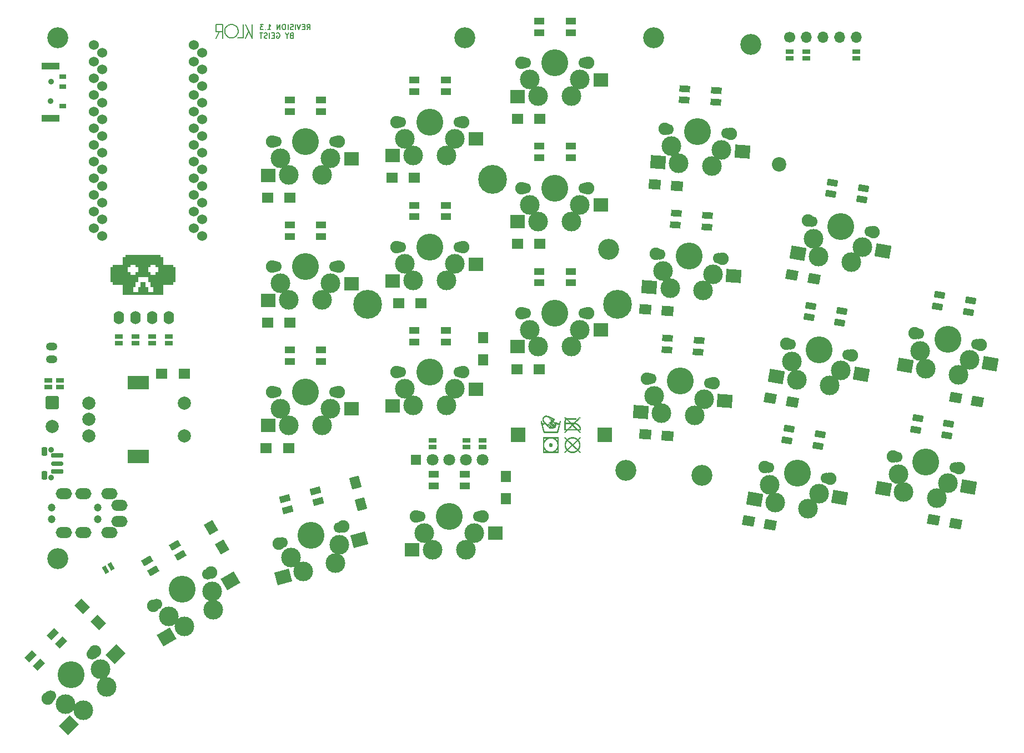
<source format=gbs>
G04 #@! TF.GenerationSoftware,KiCad,Pcbnew,8.0.4-8.0.4-0~ubuntu22.04.1*
G04 #@! TF.CreationDate,2024-08-27T17:26:14+02:00*
G04 #@! TF.ProjectId,klor1_3,6b6c6f72-315f-4332-9e6b-696361645f70,v1.3.0*
G04 #@! TF.SameCoordinates,Original*
G04 #@! TF.FileFunction,Soldermask,Bot*
G04 #@! TF.FilePolarity,Negative*
%FSLAX46Y46*%
G04 Gerber Fmt 4.6, Leading zero omitted, Abs format (unit mm)*
G04 Created by KiCad (PCBNEW 8.0.4-8.0.4-0~ubuntu22.04.1) date 2024-08-27 17:26:14*
%MOMM*%
%LPD*%
G01*
G04 APERTURE LIST*
G04 Aperture macros list*
%AMRoundRect*
0 Rectangle with rounded corners*
0 $1 Rounding radius*
0 $2 $3 $4 $5 $6 $7 $8 $9 X,Y pos of 4 corners*
0 Add a 4 corners polygon primitive as box body*
4,1,4,$2,$3,$4,$5,$6,$7,$8,$9,$2,$3,0*
0 Add four circle primitives for the rounded corners*
1,1,$1+$1,$2,$3*
1,1,$1+$1,$4,$5*
1,1,$1+$1,$6,$7*
1,1,$1+$1,$8,$9*
0 Add four rect primitives between the rounded corners*
20,1,$1+$1,$2,$3,$4,$5,0*
20,1,$1+$1,$4,$5,$6,$7,0*
20,1,$1+$1,$6,$7,$8,$9,0*
20,1,$1+$1,$8,$9,$2,$3,0*%
%AMRotRect*
0 Rectangle, with rotation*
0 The origin of the aperture is its center*
0 $1 length*
0 $2 width*
0 $3 Rotation angle, in degrees counterclockwise*
0 Add horizontal line*
21,1,$1,$2,0,0,$3*%
G04 Aperture macros list end*
%ADD10C,0.000001*%
%ADD11C,0.150000*%
%ADD12C,0.000000*%
%ADD13C,1.900000*%
%ADD14C,1.700000*%
%ADD15C,3.000000*%
%ADD16C,4.100000*%
%ADD17RotRect,1.600000X1.000000X225.000000*%
%ADD18RotRect,2.300000X2.000000X45.000000*%
%ADD19R,1.600000X1.000000*%
%ADD20R,2.300000X2.000000*%
%ADD21RotRect,1.600000X1.000000X176.000000*%
%ADD22RotRect,2.300000X2.000000X356.000000*%
%ADD23C,3.200000*%
%ADD24RotRect,1.800000X1.500000X350.000000*%
%ADD25R,1.800000X1.500000*%
%ADD26RotRect,1.800000X1.500000X356.000000*%
%ADD27RotRect,1.600000X1.000000X195.000000*%
%ADD28RotRect,2.300000X2.000000X15.000000*%
%ADD29RotRect,1.600000X1.000000X170.000000*%
%ADD30RotRect,2.300000X2.000000X350.000000*%
%ADD31RotRect,1.800000X1.500000X285.000000*%
%ADD32R,2.200000X2.200000*%
%ADD33C,2.200000*%
%ADD34C,2.000000*%
%ADD35R,3.200000X2.000000*%
%ADD36O,1.600000X2.000000*%
%ADD37C,1.200000*%
%ADD38O,2.500000X1.700000*%
%ADD39RotRect,1.800000X1.500000X300.000000*%
%ADD40O,1.750000X1.200000*%
%ADD41C,0.900000*%
%ADD42RoundRect,0.187500X-0.712500X0.187500X-0.712500X-0.187500X0.712500X-0.187500X0.712500X0.187500X0*%
%ADD43RoundRect,0.150000X-0.750000X0.150000X-0.750000X-0.150000X0.750000X-0.150000X0.750000X0.150000X0*%
%ADD44RoundRect,0.225000X-0.225000X0.425000X-0.225000X-0.425000X0.225000X-0.425000X0.225000X0.425000X0*%
%ADD45C,4.400000*%
%ADD46RotRect,1.600000X1.000000X210.000000*%
%ADD47RotRect,2.300000X2.000000X30.000000*%
%ADD48RotRect,1.800000X1.500000X315.000000*%
%ADD49R,1.500000X1.800000*%
%ADD50RoundRect,0.142858X-0.857142X0.857142X-0.857142X-0.857142X0.857142X-0.857142X0.857142X0.857142X0*%
%ADD51R,1.000000X0.700000*%
%ADD52R,2.800000X1.000000*%
%ADD53R,1.524000X1.524000*%
%ADD54C,1.800000*%
%ADD55C,1.524000*%
%ADD56R,1.143000X0.635000*%
%ADD57RotRect,0.635000X1.143000X210.000000*%
%ADD58O,1.700000X1.700000*%
G04 APERTURE END LIST*
D10*
X158456354Y-117585550D02*
X158468324Y-117586462D01*
X158480101Y-117587963D01*
X158491672Y-117590037D01*
X158503023Y-117592669D01*
X158514141Y-117595843D01*
X158525013Y-117599544D01*
X158535624Y-117603757D01*
X158545962Y-117608465D01*
X158556012Y-117613654D01*
X158565761Y-117619308D01*
X158575196Y-117625412D01*
X158584303Y-117631949D01*
X158593068Y-117638905D01*
X158601478Y-117646263D01*
X158609519Y-117654009D01*
X158617178Y-117662127D01*
X158624441Y-117670602D01*
X158631295Y-117679417D01*
X158637726Y-117688558D01*
X158643720Y-117698008D01*
X158649264Y-117707754D01*
X158654345Y-117717778D01*
X158658948Y-117728065D01*
X158663060Y-117738601D01*
X158666668Y-117749369D01*
X158669759Y-117760354D01*
X158672317Y-117771540D01*
X158674331Y-117782912D01*
X158675786Y-117794455D01*
X158676670Y-117806153D01*
X158676967Y-117817990D01*
X158676670Y-117830138D01*
X158675786Y-117842107D01*
X158674331Y-117853883D01*
X158672317Y-117865453D01*
X158669759Y-117876804D01*
X158666668Y-117887922D01*
X158663060Y-117898793D01*
X158658948Y-117909403D01*
X158654345Y-117919740D01*
X158649264Y-117929790D01*
X158643720Y-117939539D01*
X158637726Y-117948973D01*
X158631295Y-117958079D01*
X158624441Y-117966844D01*
X158617178Y-117975253D01*
X158609519Y-117983294D01*
X158601478Y-117990953D01*
X158593068Y-117998215D01*
X158584303Y-118005069D01*
X158575196Y-118011499D01*
X158565761Y-118017493D01*
X158556012Y-118023037D01*
X158545962Y-118028117D01*
X158535624Y-118032720D01*
X158525013Y-118036832D01*
X158514141Y-118040440D01*
X158503023Y-118043530D01*
X158491672Y-118046089D01*
X158480101Y-118048102D01*
X158468324Y-118049558D01*
X158456354Y-118050441D01*
X158444206Y-118050738D01*
X158432058Y-118050441D01*
X158420088Y-118049558D01*
X158408311Y-118048102D01*
X158396741Y-118046089D01*
X158385389Y-118043530D01*
X158374271Y-118040440D01*
X158363399Y-118036832D01*
X158352788Y-118032720D01*
X158342450Y-118028117D01*
X158332400Y-118023037D01*
X158322651Y-118017493D01*
X158313216Y-118011499D01*
X158304109Y-118005069D01*
X158295344Y-117998215D01*
X158286934Y-117990953D01*
X158278893Y-117983294D01*
X158271234Y-117975253D01*
X158263971Y-117966844D01*
X158257117Y-117958079D01*
X158250686Y-117948973D01*
X158244692Y-117939539D01*
X158239148Y-117929790D01*
X158234068Y-117919740D01*
X158229464Y-117909403D01*
X158225352Y-117898793D01*
X158221744Y-117887922D01*
X158218653Y-117876804D01*
X158216095Y-117865453D01*
X158214081Y-117853883D01*
X158212626Y-117842107D01*
X158211742Y-117830138D01*
X158211445Y-117817990D01*
X158211742Y-117805843D01*
X158212626Y-117793874D01*
X158214081Y-117782098D01*
X158216095Y-117770528D01*
X158218653Y-117759177D01*
X158221744Y-117748059D01*
X158225352Y-117737188D01*
X158229464Y-117726577D01*
X158234068Y-117716240D01*
X158239148Y-117706191D01*
X158244692Y-117696442D01*
X158250686Y-117687008D01*
X158257117Y-117677902D01*
X158263971Y-117669137D01*
X158271234Y-117660728D01*
X158278893Y-117652687D01*
X158286934Y-117645028D01*
X158295344Y-117637765D01*
X158304109Y-117630912D01*
X158313216Y-117624482D01*
X158322651Y-117618488D01*
X158332400Y-117612944D01*
X158342450Y-117607864D01*
X158352788Y-117603261D01*
X158363399Y-117599149D01*
X158374271Y-117595541D01*
X158385389Y-117592451D01*
X158396741Y-117589892D01*
X158408311Y-117587878D01*
X158420088Y-117586423D01*
X158432058Y-117585540D01*
X158444206Y-117585243D01*
X158456354Y-117585550D01*
G36*
X158456354Y-117585550D02*
G01*
X158468324Y-117586462D01*
X158480101Y-117587963D01*
X158491672Y-117590037D01*
X158503023Y-117592669D01*
X158514141Y-117595843D01*
X158525013Y-117599544D01*
X158535624Y-117603757D01*
X158545962Y-117608465D01*
X158556012Y-117613654D01*
X158565761Y-117619308D01*
X158575196Y-117625412D01*
X158584303Y-117631949D01*
X158593068Y-117638905D01*
X158601478Y-117646263D01*
X158609519Y-117654009D01*
X158617178Y-117662127D01*
X158624441Y-117670602D01*
X158631295Y-117679417D01*
X158637726Y-117688558D01*
X158643720Y-117698008D01*
X158649264Y-117707754D01*
X158654345Y-117717778D01*
X158658948Y-117728065D01*
X158663060Y-117738601D01*
X158666668Y-117749369D01*
X158669759Y-117760354D01*
X158672317Y-117771540D01*
X158674331Y-117782912D01*
X158675786Y-117794455D01*
X158676670Y-117806153D01*
X158676967Y-117817990D01*
X158676670Y-117830138D01*
X158675786Y-117842107D01*
X158674331Y-117853883D01*
X158672317Y-117865453D01*
X158669759Y-117876804D01*
X158666668Y-117887922D01*
X158663060Y-117898793D01*
X158658948Y-117909403D01*
X158654345Y-117919740D01*
X158649264Y-117929790D01*
X158643720Y-117939539D01*
X158637726Y-117948973D01*
X158631295Y-117958079D01*
X158624441Y-117966844D01*
X158617178Y-117975253D01*
X158609519Y-117983294D01*
X158601478Y-117990953D01*
X158593068Y-117998215D01*
X158584303Y-118005069D01*
X158575196Y-118011499D01*
X158565761Y-118017493D01*
X158556012Y-118023037D01*
X158545962Y-118028117D01*
X158535624Y-118032720D01*
X158525013Y-118036832D01*
X158514141Y-118040440D01*
X158503023Y-118043530D01*
X158491672Y-118046089D01*
X158480101Y-118048102D01*
X158468324Y-118049558D01*
X158456354Y-118050441D01*
X158444206Y-118050738D01*
X158432058Y-118050441D01*
X158420088Y-118049558D01*
X158408311Y-118048102D01*
X158396741Y-118046089D01*
X158385389Y-118043530D01*
X158374271Y-118040440D01*
X158363399Y-118036832D01*
X158352788Y-118032720D01*
X158342450Y-118028117D01*
X158332400Y-118023037D01*
X158322651Y-118017493D01*
X158313216Y-118011499D01*
X158304109Y-118005069D01*
X158295344Y-117998215D01*
X158286934Y-117990953D01*
X158278893Y-117983294D01*
X158271234Y-117975253D01*
X158263971Y-117966844D01*
X158257117Y-117958079D01*
X158250686Y-117948973D01*
X158244692Y-117939539D01*
X158239148Y-117929790D01*
X158234068Y-117919740D01*
X158229464Y-117909403D01*
X158225352Y-117898793D01*
X158221744Y-117887922D01*
X158218653Y-117876804D01*
X158216095Y-117865453D01*
X158214081Y-117853883D01*
X158212626Y-117842107D01*
X158211742Y-117830138D01*
X158211445Y-117817990D01*
X158211742Y-117805843D01*
X158212626Y-117793874D01*
X158214081Y-117782098D01*
X158216095Y-117770528D01*
X158218653Y-117759177D01*
X158221744Y-117748059D01*
X158225352Y-117737188D01*
X158229464Y-117726577D01*
X158234068Y-117716240D01*
X158239148Y-117706191D01*
X158244692Y-117696442D01*
X158250686Y-117687008D01*
X158257117Y-117677902D01*
X158263971Y-117669137D01*
X158271234Y-117660728D01*
X158278893Y-117652687D01*
X158286934Y-117645028D01*
X158295344Y-117637765D01*
X158304109Y-117630912D01*
X158313216Y-117624482D01*
X158322651Y-117618488D01*
X158332400Y-117612944D01*
X158342450Y-117607864D01*
X158352788Y-117603261D01*
X158363399Y-117599149D01*
X158374271Y-117595541D01*
X158385389Y-117592451D01*
X158396741Y-117589892D01*
X158408311Y-117587878D01*
X158420088Y-117586423D01*
X158432058Y-117585540D01*
X158444206Y-117585243D01*
X158456354Y-117585550D01*
G37*
D11*
X108463510Y-54781201D02*
X107469711Y-54781201D01*
X109800000Y-53718863D02*
X109643435Y-53730708D01*
X109494284Y-53765082D01*
X109354290Y-53820241D01*
X109184890Y-53923103D01*
X109039005Y-54055681D01*
X108920768Y-54213840D01*
X108834314Y-54393447D01*
X108792818Y-54539740D01*
X108773269Y-54694027D01*
X108771932Y-54746932D01*
D10*
X159771121Y-114953607D02*
X159512792Y-115910165D01*
X159502212Y-115945430D01*
X157386203Y-115945430D01*
X157160495Y-115099074D01*
X157038057Y-114640632D01*
X157164020Y-114640632D01*
X157176418Y-114689011D01*
X157210308Y-114816074D01*
X157260728Y-115002647D01*
X157322721Y-115229554D01*
X157326248Y-115233081D01*
X157484949Y-115818476D01*
X159406991Y-115818476D01*
X159565691Y-115229554D01*
X159677663Y-114813430D01*
X159710505Y-114687027D01*
X159718826Y-114652630D01*
X159720865Y-114640632D01*
X159717779Y-114641293D01*
X159714170Y-114642120D01*
X159709403Y-114643277D01*
X159703645Y-114644765D01*
X159697060Y-114646583D01*
X159693509Y-114647616D01*
X159689814Y-114648732D01*
X159685994Y-114649930D01*
X159682072Y-114651211D01*
X159676854Y-114653113D01*
X159671740Y-114654855D01*
X159666667Y-114656442D01*
X159661573Y-114657879D01*
X159656396Y-114659171D01*
X159651075Y-114660324D01*
X159645548Y-114661342D01*
X159639751Y-114662232D01*
X159633624Y-114662997D01*
X159627105Y-114663644D01*
X159620131Y-114664177D01*
X159612640Y-114664601D01*
X159604571Y-114664922D01*
X159595861Y-114665145D01*
X159576271Y-114665317D01*
X159559783Y-114665178D01*
X159544545Y-114664698D01*
X159530319Y-114663783D01*
X159516868Y-114662342D01*
X159503955Y-114660281D01*
X159491341Y-114657507D01*
X159478790Y-114653927D01*
X159466062Y-114649448D01*
X159452922Y-114643978D01*
X159439130Y-114637422D01*
X159424450Y-114629689D01*
X159408643Y-114620685D01*
X159391473Y-114610318D01*
X159372702Y-114598493D01*
X159329403Y-114570102D01*
X159292800Y-114545527D01*
X159264050Y-114526903D01*
X159252180Y-114519616D01*
X159241746Y-114513569D01*
X159232573Y-114508678D01*
X159224485Y-114504863D01*
X159217305Y-114502039D01*
X159210860Y-114500124D01*
X159204972Y-114499036D01*
X159199467Y-114498691D01*
X159194169Y-114499008D01*
X159188901Y-114499903D01*
X159183489Y-114501295D01*
X159177756Y-114503099D01*
X159170940Y-114505596D01*
X159165054Y-114507866D01*
X159162467Y-114508947D01*
X159160119Y-114510011D01*
X159158014Y-114511070D01*
X159156155Y-114512136D01*
X159154544Y-114513223D01*
X159153183Y-114514343D01*
X159152075Y-114515510D01*
X159151223Y-114516737D01*
X159150630Y-114518036D01*
X159150297Y-114519420D01*
X159150227Y-114520902D01*
X159150424Y-114522495D01*
X159150890Y-114524212D01*
X159151626Y-114526066D01*
X159152637Y-114528070D01*
X159153923Y-114530237D01*
X159155489Y-114532579D01*
X159157336Y-114535110D01*
X159159468Y-114537842D01*
X159161886Y-114540789D01*
X159167593Y-114547377D01*
X159174477Y-114554977D01*
X159191863Y-114573629D01*
X159203235Y-114585795D01*
X159213574Y-114597233D01*
X159222921Y-114608040D01*
X159231318Y-114618316D01*
X159238805Y-114628158D01*
X159245424Y-114637663D01*
X159251217Y-114646932D01*
X159256225Y-114656060D01*
X159260488Y-114665148D01*
X159264049Y-114674292D01*
X159266949Y-114683591D01*
X159269229Y-114693144D01*
X159270930Y-114703047D01*
X159272095Y-114713400D01*
X159272763Y-114724301D01*
X159272976Y-114735847D01*
X159272973Y-114736140D01*
X159272890Y-114744785D01*
X159272618Y-114753128D01*
X159272139Y-114760945D01*
X159271433Y-114768302D01*
X159270479Y-114775266D01*
X159269257Y-114781905D01*
X159267745Y-114788285D01*
X159265923Y-114794475D01*
X159263770Y-114800540D01*
X159261266Y-114806549D01*
X159258391Y-114812568D01*
X159255122Y-114818664D01*
X159251441Y-114824905D01*
X159247325Y-114831358D01*
X159242755Y-114838090D01*
X159237709Y-114845168D01*
X159234863Y-114849213D01*
X159231634Y-114853392D01*
X159228054Y-114857674D01*
X159224154Y-114862029D01*
X159219964Y-114866425D01*
X159215516Y-114870831D01*
X159210841Y-114875217D01*
X159205969Y-114879551D01*
X159200932Y-114883802D01*
X159195761Y-114887940D01*
X159190486Y-114891933D01*
X159185140Y-114895751D01*
X159179751Y-114899362D01*
X159174353Y-114902735D01*
X159168975Y-114905839D01*
X159163649Y-114908644D01*
X159164310Y-114911675D01*
X159165137Y-114915153D01*
X159166294Y-114919665D01*
X159167782Y-114925003D01*
X159168650Y-114927917D01*
X159169600Y-114930960D01*
X159170633Y-114934107D01*
X159171749Y-114937332D01*
X159172948Y-114940608D01*
X159174229Y-114943909D01*
X159176678Y-114952193D01*
X159178739Y-114960509D01*
X159180415Y-114968844D01*
X159181709Y-114977190D01*
X159182627Y-114985537D01*
X159183171Y-114993872D01*
X159183156Y-115010472D01*
X159181694Y-115026906D01*
X159178816Y-115043091D01*
X159174554Y-115058947D01*
X159168939Y-115074389D01*
X159162001Y-115089335D01*
X159153771Y-115103703D01*
X159144281Y-115117409D01*
X159133562Y-115130372D01*
X159121644Y-115142508D01*
X159115245Y-115148240D01*
X159108558Y-115153735D01*
X159101587Y-115158982D01*
X159094336Y-115163970D01*
X159086808Y-115168690D01*
X159079008Y-115173131D01*
X159075114Y-115175032D01*
X159071328Y-115176774D01*
X159067594Y-115178361D01*
X159063855Y-115179798D01*
X159060053Y-115181090D01*
X159056133Y-115182243D01*
X159052037Y-115183261D01*
X159047709Y-115184151D01*
X159043091Y-115184916D01*
X159038128Y-115185563D01*
X159032761Y-115186096D01*
X159026935Y-115186520D01*
X159020592Y-115186841D01*
X159013675Y-115187064D01*
X159006129Y-115187194D01*
X158997895Y-115187236D01*
X158983141Y-115187216D01*
X158970453Y-115187071D01*
X158959584Y-115186678D01*
X158954753Y-115186350D01*
X158950285Y-115185914D01*
X158946147Y-115185353D01*
X158942308Y-115184653D01*
X158938739Y-115183798D01*
X158935406Y-115182773D01*
X158932281Y-115181562D01*
X158929331Y-115180149D01*
X158926526Y-115178519D01*
X158923835Y-115176657D01*
X158906201Y-115166077D01*
X158885041Y-115197816D01*
X158880831Y-115204381D01*
X158876162Y-115210833D01*
X158871069Y-115217141D01*
X158865589Y-115223272D01*
X158859757Y-115229198D01*
X158853610Y-115234885D01*
X158847185Y-115240304D01*
X158840516Y-115245423D01*
X158833641Y-115250212D01*
X158826595Y-115254639D01*
X158819416Y-115258673D01*
X158812137Y-115262284D01*
X158804797Y-115265440D01*
X158797432Y-115268111D01*
X158790076Y-115270265D01*
X158786413Y-115271139D01*
X158782767Y-115271872D01*
X158775218Y-115273651D01*
X158767172Y-115275033D01*
X158758714Y-115276033D01*
X158749925Y-115276666D01*
X158740888Y-115276947D01*
X158731685Y-115276893D01*
X158722400Y-115276518D01*
X158713115Y-115275839D01*
X158703913Y-115274871D01*
X158694875Y-115273628D01*
X158686086Y-115272128D01*
X158677628Y-115270384D01*
X158669582Y-115268413D01*
X158662033Y-115266231D01*
X158655062Y-115263852D01*
X158648753Y-115261292D01*
X158645909Y-115259808D01*
X158642698Y-115258014D01*
X158635363Y-115253578D01*
X158627118Y-115248151D01*
X158622770Y-115245117D01*
X158618335Y-115241897D01*
X158613859Y-115238511D01*
X158609388Y-115234981D01*
X158604968Y-115231328D01*
X158600647Y-115227570D01*
X158596470Y-115223730D01*
X158592484Y-115219829D01*
X158588736Y-115215885D01*
X158585273Y-115211922D01*
X158546479Y-115176657D01*
X158507686Y-115215448D01*
X158496555Y-115226393D01*
X158491506Y-115231186D01*
X158486746Y-115235560D01*
X158482235Y-115239542D01*
X158477929Y-115243157D01*
X158473790Y-115246431D01*
X158469774Y-115249391D01*
X158465841Y-115252060D01*
X158461949Y-115254467D01*
X158458057Y-115256635D01*
X158454124Y-115258592D01*
X158450109Y-115260363D01*
X158445969Y-115261974D01*
X158441664Y-115263451D01*
X158437152Y-115264819D01*
X158428941Y-115267258D01*
X158420228Y-115269289D01*
X158411092Y-115270917D01*
X158401610Y-115272147D01*
X158391859Y-115272985D01*
X158381917Y-115273435D01*
X158371861Y-115273503D01*
X158361769Y-115273194D01*
X158351719Y-115272513D01*
X158341787Y-115271465D01*
X158332052Y-115270056D01*
X158322590Y-115268290D01*
X158313480Y-115266173D01*
X158304798Y-115263710D01*
X158296623Y-115260906D01*
X158289032Y-115257766D01*
X158284602Y-115254657D01*
X158277894Y-115249260D01*
X158257457Y-115231372D01*
X158227349Y-115203650D01*
X158187199Y-115165637D01*
X158136633Y-115116879D01*
X158075282Y-115056922D01*
X158002771Y-114985311D01*
X157918730Y-114901591D01*
X157675830Y-114660468D01*
X157573115Y-114559523D01*
X157567660Y-114562608D01*
X157561399Y-114566218D01*
X157553277Y-114570984D01*
X157543669Y-114576742D01*
X157532944Y-114583326D01*
X157521475Y-114590572D01*
X157509635Y-114598314D01*
X157480161Y-114616373D01*
X157466883Y-114624117D01*
X157454365Y-114631044D01*
X157442446Y-114637186D01*
X157430966Y-114642574D01*
X157419765Y-114647239D01*
X157408683Y-114651211D01*
X157397560Y-114654522D01*
X157386235Y-114657204D01*
X157374549Y-114659285D01*
X157362340Y-114660799D01*
X157349450Y-114661775D01*
X157335718Y-114662245D01*
X157320984Y-114662240D01*
X157305087Y-114661791D01*
X157285497Y-114661763D01*
X157268718Y-114661570D01*
X157254253Y-114661047D01*
X157247734Y-114660609D01*
X157241607Y-114660027D01*
X157235811Y-114659280D01*
X157230283Y-114658347D01*
X157224962Y-114657207D01*
X157219786Y-114655840D01*
X157214692Y-114654225D01*
X157209619Y-114652341D01*
X157204504Y-114650168D01*
X157199287Y-114647685D01*
X157195985Y-114646405D01*
X157192709Y-114645212D01*
X157186337Y-114643111D01*
X157180379Y-114641424D01*
X157177620Y-114640748D01*
X157175041Y-114640191D01*
X157172669Y-114639758D01*
X157170529Y-114639454D01*
X157168648Y-114639284D01*
X157167051Y-114639254D01*
X157165763Y-114639369D01*
X157164812Y-114639633D01*
X157164470Y-114639823D01*
X157164222Y-114640052D01*
X157164071Y-114640322D01*
X157164020Y-114640632D01*
X157038057Y-114640632D01*
X157000031Y-114498250D01*
X156952200Y-114312063D01*
X156934788Y-114238613D01*
X156934889Y-114236280D01*
X156935190Y-114233912D01*
X156935680Y-114231517D01*
X156936351Y-114229102D01*
X156937196Y-114226674D01*
X156938205Y-114224240D01*
X156939370Y-114221807D01*
X156940684Y-114219383D01*
X156942137Y-114216974D01*
X156943721Y-114214588D01*
X156945427Y-114212232D01*
X156947248Y-114209913D01*
X156951199Y-114205412D01*
X156955507Y-114201145D01*
X156960104Y-114197166D01*
X156964923Y-114193534D01*
X156969897Y-114190304D01*
X156972421Y-114188858D01*
X156974959Y-114187535D01*
X156977502Y-114186340D01*
X156980041Y-114185281D01*
X156982569Y-114184366D01*
X156985077Y-114183602D01*
X156987557Y-114182995D01*
X156990000Y-114182552D01*
X156992397Y-114182281D01*
X156993299Y-114182246D01*
X156995799Y-114182314D01*
X157000292Y-114182686D01*
X157004681Y-114183306D01*
X157008957Y-114184173D01*
X157013109Y-114185289D01*
X157017126Y-114186653D01*
X157020999Y-114188265D01*
X157024717Y-114190124D01*
X157028269Y-114192232D01*
X157031646Y-114194588D01*
X157034837Y-114197191D01*
X157037831Y-114200043D01*
X157040619Y-114203142D01*
X157043190Y-114206489D01*
X157045534Y-114210085D01*
X157047640Y-114213928D01*
X157052710Y-114229797D01*
X157061747Y-114258891D01*
X157073429Y-114297241D01*
X157086434Y-114340881D01*
X157109357Y-114419786D01*
X157113642Y-114433830D01*
X157117182Y-114444527D01*
X157119896Y-114451339D01*
X157120917Y-114453120D01*
X157121701Y-114453729D01*
X157126539Y-114457507D01*
X157132963Y-114462132D01*
X157149639Y-114473345D01*
X157169869Y-114486211D01*
X157191793Y-114499573D01*
X157213553Y-114512274D01*
X157233287Y-114523156D01*
X157241814Y-114527554D01*
X157249137Y-114531063D01*
X157255023Y-114533539D01*
X157259241Y-114534838D01*
X157264809Y-114536077D01*
X157270882Y-114537152D01*
X157277389Y-114538061D01*
X157284258Y-114538805D01*
X157291417Y-114539384D01*
X157298792Y-114539797D01*
X157306312Y-114540045D01*
X157313905Y-114540127D01*
X157321497Y-114540045D01*
X157329017Y-114539797D01*
X157336392Y-114539384D01*
X157343551Y-114538805D01*
X157350420Y-114538061D01*
X157356927Y-114537152D01*
X157363001Y-114536077D01*
X157368568Y-114534838D01*
X157372587Y-114533698D01*
X157377908Y-114531669D01*
X157384345Y-114528856D01*
X157391712Y-114525360D01*
X157408491Y-114516737D01*
X157426758Y-114506626D01*
X157445025Y-114495854D01*
X157461805Y-114485247D01*
X157469171Y-114480263D01*
X157475608Y-114475631D01*
X157480929Y-114471454D01*
X157484948Y-114467835D01*
X157461584Y-114442268D01*
X157435850Y-114414276D01*
X157403835Y-114379673D01*
X157362520Y-114336280D01*
X157344431Y-114316475D01*
X157327901Y-114297682D01*
X157312818Y-114279715D01*
X157299068Y-114262390D01*
X157286537Y-114245518D01*
X157275111Y-114228916D01*
X157264677Y-114212396D01*
X157255122Y-114195772D01*
X157246331Y-114178860D01*
X157238191Y-114161472D01*
X157230588Y-114143423D01*
X157223409Y-114124526D01*
X157216540Y-114104597D01*
X157209868Y-114083448D01*
X157205060Y-114066374D01*
X157201161Y-114051324D01*
X157199527Y-114044159D01*
X157198089Y-114037019D01*
X157196837Y-114029744D01*
X157195761Y-114022176D01*
X157194850Y-114014152D01*
X157194094Y-114005514D01*
X157193483Y-113996102D01*
X157193006Y-113985754D01*
X157192653Y-113974311D01*
X157192414Y-113961612D01*
X157192235Y-113931810D01*
X157192266Y-113924291D01*
X157312476Y-113924291D01*
X157312518Y-113948797D01*
X157313905Y-113973411D01*
X157316657Y-113998082D01*
X157320790Y-114022759D01*
X157326323Y-114047390D01*
X157333274Y-114071925D01*
X157341662Y-114096313D01*
X157351504Y-114120503D01*
X157362818Y-114144444D01*
X157375622Y-114168084D01*
X157379654Y-114174018D01*
X157386553Y-114182658D01*
X157396459Y-114194150D01*
X157409511Y-114208638D01*
X157445611Y-114247182D01*
X157495970Y-114299445D01*
X157561703Y-114366586D01*
X157643925Y-114449761D01*
X157862304Y-114668844D01*
X158196457Y-115002096D01*
X158301707Y-115105246D01*
X158332221Y-115134009D01*
X158345460Y-115144919D01*
X158349426Y-115146779D01*
X158353386Y-115148394D01*
X158357333Y-115149766D01*
X158361261Y-115150897D01*
X158365163Y-115151791D01*
X158369032Y-115152450D01*
X158372863Y-115152877D01*
X158376649Y-115153074D01*
X158380383Y-115153043D01*
X158384058Y-115152788D01*
X158387670Y-115152311D01*
X158391210Y-115151614D01*
X158394673Y-115150700D01*
X158398051Y-115149571D01*
X158401340Y-115148231D01*
X158404531Y-115146682D01*
X158407620Y-115144926D01*
X158410598Y-115142966D01*
X158413460Y-115140805D01*
X158416200Y-115138444D01*
X158418810Y-115135888D01*
X158421285Y-115133137D01*
X158423617Y-115130196D01*
X158425802Y-115127066D01*
X158427831Y-115123750D01*
X158429698Y-115120251D01*
X158431398Y-115116571D01*
X158432924Y-115112712D01*
X158434269Y-115108678D01*
X158435426Y-115104471D01*
X158436390Y-115100094D01*
X158437153Y-115095548D01*
X158437153Y-115070863D01*
X158229079Y-114859274D01*
X158017478Y-114647685D01*
X158063325Y-114601841D01*
X158109172Y-114555997D01*
X158408940Y-114855747D01*
X158571112Y-115017139D01*
X158624983Y-115069919D01*
X158664183Y-115107450D01*
X158691315Y-115132252D01*
X158708983Y-115146847D01*
X158719790Y-115153756D01*
X158723435Y-115155115D01*
X158726341Y-115155498D01*
X158730257Y-115155426D01*
X158734068Y-115155210D01*
X158737773Y-115154850D01*
X158741371Y-115154348D01*
X158744860Y-115153704D01*
X158748240Y-115152918D01*
X158751508Y-115151991D01*
X158754665Y-115150925D01*
X158757707Y-115149719D01*
X158760635Y-115148374D01*
X158763446Y-115146891D01*
X158766140Y-115145270D01*
X158768715Y-115143512D01*
X158771170Y-115141619D01*
X158773504Y-115139589D01*
X158775715Y-115137425D01*
X158777801Y-115135126D01*
X158779763Y-115132694D01*
X158781598Y-115130129D01*
X158783305Y-115127431D01*
X158784883Y-115124602D01*
X158786331Y-115121641D01*
X158787647Y-115118550D01*
X158788830Y-115115329D01*
X158789878Y-115111980D01*
X158790791Y-115108501D01*
X158791567Y-115104895D01*
X158792205Y-115101162D01*
X158792703Y-115097302D01*
X158793060Y-115093316D01*
X158793276Y-115089204D01*
X158793348Y-115084969D01*
X158793309Y-115083007D01*
X158793159Y-115081055D01*
X158792848Y-115079058D01*
X158792329Y-115076965D01*
X158791551Y-115074722D01*
X158790465Y-115072276D01*
X158789024Y-115069575D01*
X158787176Y-115066565D01*
X158784874Y-115063193D01*
X158782069Y-115059407D01*
X158778711Y-115055153D01*
X158774750Y-115050379D01*
X158770139Y-115045031D01*
X158764828Y-115039057D01*
X158758768Y-115032404D01*
X158751909Y-115025018D01*
X158744204Y-115016848D01*
X158735602Y-115007839D01*
X158715513Y-114987095D01*
X158691250Y-114962363D01*
X158662420Y-114933220D01*
X158628630Y-114899241D01*
X158589489Y-114860004D01*
X158493580Y-114764059D01*
X158193812Y-114464308D01*
X158239659Y-114418464D01*
X158285506Y-114372620D01*
X158627594Y-114714688D01*
X158815334Y-114902087D01*
X158876617Y-114962582D01*
X158920749Y-115005182D01*
X158951160Y-115033070D01*
X158971280Y-115049428D01*
X158978553Y-115054278D01*
X158984540Y-115057439D01*
X158989669Y-115059308D01*
X158994369Y-115060283D01*
X158998955Y-115060791D01*
X159003451Y-115061000D01*
X159007848Y-115060919D01*
X159012140Y-115060559D01*
X159016318Y-115059930D01*
X159020375Y-115059043D01*
X159024302Y-115057909D01*
X159028093Y-115056536D01*
X159031739Y-115054937D01*
X159035232Y-115053120D01*
X159038566Y-115051097D01*
X159041731Y-115048877D01*
X159044721Y-115046472D01*
X159047527Y-115043891D01*
X159050143Y-115041144D01*
X159052559Y-115038243D01*
X159054769Y-115035197D01*
X159056764Y-115032016D01*
X159058537Y-115028712D01*
X159060081Y-115025294D01*
X159061387Y-115021773D01*
X159062447Y-115018158D01*
X159063254Y-115014461D01*
X159063800Y-115010692D01*
X159064078Y-115006861D01*
X159064079Y-115002978D01*
X159063796Y-114999054D01*
X159063222Y-114995098D01*
X159062347Y-114991122D01*
X159061166Y-114987136D01*
X159059669Y-114983150D01*
X159057849Y-114979174D01*
X159055441Y-114975485D01*
X159049659Y-114968505D01*
X159028699Y-114945397D01*
X158996415Y-114911296D01*
X158954253Y-114867649D01*
X158846083Y-114757502D01*
X158715761Y-114626526D01*
X158479473Y-114389811D01*
X158407286Y-114316582D01*
X158387600Y-114296022D01*
X158380726Y-114287984D01*
X158380777Y-114287602D01*
X158380930Y-114287121D01*
X158381532Y-114285870D01*
X158382516Y-114284257D01*
X158383867Y-114282309D01*
X158385569Y-114280050D01*
X158387607Y-114277508D01*
X158389966Y-114274707D01*
X158392629Y-114271674D01*
X158395581Y-114268434D01*
X158398807Y-114265014D01*
X158402292Y-114261438D01*
X158406019Y-114257733D01*
X158409974Y-114253925D01*
X158414140Y-114250040D01*
X158418503Y-114246103D01*
X158423046Y-114242140D01*
X158465367Y-114199822D01*
X158761608Y-114496046D01*
X158906863Y-114640577D01*
X159000541Y-114731880D01*
X159031344Y-114760773D01*
X159053220Y-114780204D01*
X159067492Y-114791451D01*
X159072190Y-114794407D01*
X159075483Y-114795797D01*
X159079448Y-114796326D01*
X159083405Y-114796594D01*
X159087342Y-114796610D01*
X159091249Y-114796383D01*
X159095118Y-114795920D01*
X159098939Y-114795232D01*
X159102701Y-114794324D01*
X159106396Y-114793207D01*
X159110013Y-114791889D01*
X159113543Y-114790377D01*
X159116976Y-114788681D01*
X159120303Y-114786809D01*
X159123513Y-114784768D01*
X159126598Y-114782569D01*
X159129547Y-114780218D01*
X159132350Y-114777724D01*
X159134999Y-114775096D01*
X159137483Y-114772342D01*
X159139792Y-114769471D01*
X159141918Y-114766490D01*
X159143850Y-114763409D01*
X159145578Y-114760235D01*
X159147093Y-114756978D01*
X159148386Y-114753645D01*
X159149446Y-114750245D01*
X159150263Y-114746786D01*
X159150829Y-114743276D01*
X159151134Y-114739725D01*
X159151167Y-114736140D01*
X159150920Y-114732530D01*
X159150381Y-114728903D01*
X159149543Y-114725268D01*
X159149139Y-114723892D01*
X159147922Y-114721745D01*
X159143027Y-114715108D01*
X159134804Y-114705299D01*
X159123203Y-114692262D01*
X159089658Y-114656274D01*
X159041979Y-114606690D01*
X158979752Y-114543055D01*
X158902565Y-114464914D01*
X158701654Y-114263299D01*
X158701654Y-114259772D01*
X158530775Y-114087746D01*
X158392629Y-113946797D01*
X158301431Y-113852133D01*
X158277881Y-113826911D01*
X158271399Y-113818962D01*
X158273980Y-113819490D01*
X158278989Y-113821036D01*
X158295755Y-113826952D01*
X158320621Y-113836257D01*
X158352513Y-113848497D01*
X158433075Y-113879959D01*
X158528847Y-113917704D01*
X158682809Y-113976938D01*
X158731562Y-113994632D01*
X158750365Y-114000842D01*
X158766016Y-114005425D01*
X158778940Y-114008479D01*
X158789560Y-114010102D01*
X158798299Y-114010392D01*
X158805581Y-114009447D01*
X158811830Y-114007366D01*
X158817470Y-114004247D01*
X158828615Y-113995286D01*
X158830547Y-113993593D01*
X158832376Y-113991820D01*
X158834101Y-113989973D01*
X158835723Y-113988054D01*
X158837242Y-113986069D01*
X158838658Y-113984020D01*
X158839970Y-113981912D01*
X158841179Y-113979748D01*
X158842284Y-113977532D01*
X158843287Y-113975269D01*
X158844185Y-113972962D01*
X158844981Y-113970615D01*
X158845673Y-113968231D01*
X158846262Y-113965816D01*
X158846748Y-113963372D01*
X158847130Y-113960903D01*
X158847409Y-113958414D01*
X158847585Y-113955908D01*
X158847657Y-113953389D01*
X158847626Y-113950861D01*
X158847492Y-113948328D01*
X158847254Y-113945793D01*
X158846913Y-113943262D01*
X158846469Y-113940736D01*
X158845921Y-113938221D01*
X158845270Y-113935720D01*
X158844516Y-113933237D01*
X158843658Y-113930777D01*
X158842698Y-113928342D01*
X158841633Y-113925936D01*
X158840466Y-113923565D01*
X158839195Y-113921230D01*
X158835000Y-113913316D01*
X158833882Y-113911572D01*
X158832539Y-113909832D01*
X158830871Y-113908052D01*
X158828780Y-113906188D01*
X158826168Y-113904194D01*
X158822935Y-113902027D01*
X158818983Y-113899641D01*
X158814212Y-113896993D01*
X158808525Y-113894037D01*
X158801821Y-113890729D01*
X158794003Y-113887025D01*
X158784972Y-113882880D01*
X158774629Y-113878249D01*
X158762875Y-113873088D01*
X158749610Y-113867353D01*
X158734738Y-113860998D01*
X158699771Y-113846252D01*
X158657185Y-113828495D01*
X158606188Y-113807370D01*
X158545991Y-113782520D01*
X158394833Y-113720221D01*
X158107739Y-113600321D01*
X157957524Y-113538607D01*
X157917422Y-113522958D01*
X157891950Y-113513922D01*
X157858777Y-113505106D01*
X157846281Y-113502048D01*
X157832699Y-113499485D01*
X157818188Y-113497419D01*
X157802901Y-113495849D01*
X157786995Y-113494774D01*
X157770624Y-113494196D01*
X157753943Y-113494113D01*
X157737107Y-113494526D01*
X157720271Y-113495435D01*
X157703590Y-113496840D01*
X157687218Y-113498741D01*
X157671312Y-113501138D01*
X157656026Y-113504031D01*
X157641514Y-113507420D01*
X157627933Y-113511305D01*
X157615436Y-113515685D01*
X157590446Y-113524913D01*
X157566404Y-113535371D01*
X157543328Y-113547008D01*
X157521235Y-113559773D01*
X157500146Y-113573615D01*
X157480076Y-113588483D01*
X157461045Y-113604327D01*
X157443070Y-113621094D01*
X157426170Y-113638734D01*
X157410362Y-113657196D01*
X157395665Y-113676430D01*
X157382097Y-113696383D01*
X157369676Y-113717005D01*
X157358419Y-113738245D01*
X157348346Y-113760052D01*
X157339474Y-113782375D01*
X157331821Y-113805163D01*
X157325405Y-113828365D01*
X157320244Y-113851930D01*
X157316357Y-113875806D01*
X157313762Y-113899944D01*
X157312476Y-113924291D01*
X157192266Y-113924291D01*
X157192455Y-113878912D01*
X157192979Y-113858911D01*
X157193998Y-113841884D01*
X157194745Y-113834177D01*
X157195679Y-113826842D01*
X157196819Y-113819754D01*
X157198186Y-113812791D01*
X157199801Y-113805828D01*
X157201685Y-113798740D01*
X157206342Y-113783697D01*
X157212652Y-113762717D01*
X157219672Y-113742101D01*
X157235781Y-113702024D01*
X157254556Y-113663578D01*
X157275883Y-113626879D01*
X157299649Y-113592040D01*
X157325739Y-113559174D01*
X157354040Y-113528394D01*
X157384439Y-113499816D01*
X157416822Y-113473551D01*
X157451074Y-113449715D01*
X157487083Y-113428420D01*
X157505711Y-113418761D01*
X157524735Y-113409780D01*
X157544142Y-113401492D01*
X157563916Y-113393910D01*
X157584044Y-113387048D01*
X157604512Y-113380921D01*
X157625306Y-113375543D01*
X157646411Y-113370929D01*
X157667813Y-113367092D01*
X157689497Y-113364046D01*
X157710010Y-113361732D01*
X157727299Y-113360079D01*
X157742439Y-113359087D01*
X157749539Y-113358839D01*
X157756504Y-113358757D01*
X157763470Y-113358839D01*
X157770570Y-113359087D01*
X157785709Y-113360079D01*
X157802998Y-113361732D01*
X157823511Y-113364046D01*
X157827677Y-113364167D01*
X157832204Y-113364515D01*
X157837041Y-113365069D01*
X157842136Y-113365810D01*
X157852896Y-113367766D01*
X157864068Y-113370218D01*
X157875240Y-113373000D01*
X157885999Y-113375948D01*
X157895932Y-113378896D01*
X157904625Y-113381679D01*
X158080849Y-113450610D01*
X158412467Y-113586655D01*
X158738795Y-113723362D01*
X158849761Y-113771196D01*
X158899149Y-113794277D01*
X158908156Y-113801174D01*
X158916651Y-113808624D01*
X158924620Y-113816601D01*
X158932046Y-113825078D01*
X158938914Y-113834032D01*
X158945209Y-113843434D01*
X158950915Y-113853260D01*
X158956017Y-113863484D01*
X158960498Y-113874080D01*
X158964344Y-113885022D01*
X158967539Y-113896284D01*
X158970068Y-113907841D01*
X158971915Y-113919666D01*
X158973064Y-113931734D01*
X158973501Y-113944019D01*
X158973209Y-113956495D01*
X158972373Y-113965348D01*
X158971192Y-113974049D01*
X158969671Y-113982591D01*
X158967816Y-113990968D01*
X158965633Y-113999171D01*
X158963128Y-114007194D01*
X158960306Y-114015030D01*
X158957174Y-114022672D01*
X158953737Y-114030112D01*
X158950001Y-114037343D01*
X158945972Y-114044359D01*
X158941655Y-114051152D01*
X158937057Y-114057715D01*
X158932183Y-114064041D01*
X158927039Y-114070124D01*
X158921631Y-114075954D01*
X158915965Y-114081527D01*
X158910047Y-114086834D01*
X158903881Y-114091869D01*
X158897475Y-114096624D01*
X158890834Y-114101093D01*
X158883963Y-114105267D01*
X158876869Y-114109141D01*
X158869558Y-114112707D01*
X158862034Y-114115958D01*
X158854305Y-114118886D01*
X158846376Y-114121485D01*
X158838252Y-114123748D01*
X158829939Y-114125667D01*
X158821444Y-114127236D01*
X158812772Y-114128446D01*
X158803929Y-114129292D01*
X158765135Y-114129292D01*
X158909729Y-114277405D01*
X158992055Y-114359395D01*
X159018216Y-114384769D01*
X159036690Y-114401713D01*
X159043586Y-114407488D01*
X159049212Y-114411714D01*
X159053784Y-114414576D01*
X159057519Y-114416260D01*
X159060634Y-114416952D01*
X159063346Y-114416838D01*
X159065873Y-114416105D01*
X159068430Y-114414937D01*
X159077447Y-114409231D01*
X159086015Y-114404000D01*
X159094180Y-114399223D01*
X159101988Y-114394881D01*
X159109487Y-114390951D01*
X159116722Y-114387414D01*
X159123740Y-114384249D01*
X159130588Y-114381436D01*
X159137311Y-114378953D01*
X159143957Y-114376780D01*
X159150572Y-114374896D01*
X159157203Y-114373281D01*
X159163896Y-114371914D01*
X159170697Y-114370774D01*
X159177653Y-114369840D01*
X159184810Y-114369093D01*
X159196329Y-114368028D01*
X159207196Y-114367516D01*
X159217589Y-114367613D01*
X159227681Y-114368377D01*
X159232670Y-114369026D01*
X159237650Y-114369864D01*
X159242643Y-114370896D01*
X159247671Y-114372131D01*
X159252755Y-114373574D01*
X159257918Y-114375234D01*
X159268569Y-114379232D01*
X159279798Y-114384180D01*
X159291782Y-114390135D01*
X159304695Y-114397154D01*
X159318714Y-114405295D01*
X159334014Y-114414613D01*
X159350771Y-114425166D01*
X159389358Y-114450202D01*
X159425988Y-114474812D01*
X159454932Y-114493677D01*
X159467012Y-114501227D01*
X159477759Y-114507666D01*
X159487370Y-114513103D01*
X159496040Y-114517646D01*
X159503966Y-114521404D01*
X159511345Y-114524486D01*
X159518373Y-114526999D01*
X159525245Y-114529052D01*
X159532159Y-114530754D01*
X159539311Y-114532214D01*
X159555112Y-114534838D01*
X159564953Y-114535911D01*
X159574660Y-114536484D01*
X159584264Y-114536550D01*
X159593795Y-114536105D01*
X159603285Y-114535143D01*
X159612765Y-114533660D01*
X159622265Y-114531650D01*
X159631817Y-114529107D01*
X159641452Y-114526028D01*
X159651200Y-114522405D01*
X159661093Y-114518236D01*
X159671162Y-114513514D01*
X159681437Y-114508233D01*
X159691950Y-114502390D01*
X159702731Y-114495978D01*
X159713813Y-114488994D01*
X159734532Y-114475990D01*
X159744065Y-114469901D01*
X159752606Y-114464308D01*
X159759825Y-114459377D01*
X159765390Y-114455272D01*
X159767450Y-114453581D01*
X159768972Y-114452158D01*
X159769916Y-114451025D01*
X159770158Y-114450574D01*
X159770239Y-114450202D01*
X159781260Y-114416260D01*
X159792557Y-114380279D01*
X159798928Y-114359416D01*
X159805506Y-114337355D01*
X159817960Y-114293715D01*
X159828430Y-114255364D01*
X159836255Y-114226271D01*
X159840773Y-114210402D01*
X159841486Y-114208759D01*
X159842299Y-114207139D01*
X159843210Y-114205544D01*
X159844217Y-114203975D01*
X159845317Y-114202435D01*
X159846508Y-114200925D01*
X159847786Y-114199447D01*
X159849149Y-114198004D01*
X159850595Y-114196596D01*
X159852121Y-114195227D01*
X159853725Y-114193898D01*
X159855404Y-114192611D01*
X159857154Y-114191367D01*
X159858975Y-114190170D01*
X159860863Y-114189020D01*
X159862815Y-114187920D01*
X159864829Y-114186872D01*
X159866903Y-114185877D01*
X159869034Y-114184938D01*
X159871219Y-114184056D01*
X159873455Y-114183234D01*
X159875741Y-114182473D01*
X159878073Y-114181775D01*
X159880448Y-114181143D01*
X159882866Y-114180578D01*
X159885322Y-114180081D01*
X159887814Y-114179656D01*
X159890340Y-114179304D01*
X159892896Y-114179027D01*
X159895482Y-114178826D01*
X159898093Y-114178704D01*
X159900727Y-114178663D01*
X159903071Y-114178755D01*
X159905468Y-114179026D01*
X159907911Y-114179468D01*
X159910391Y-114180075D01*
X159912899Y-114180840D01*
X159915427Y-114181755D01*
X159917966Y-114182813D01*
X159920509Y-114184008D01*
X159925571Y-114186778D01*
X159930545Y-114190007D01*
X159935364Y-114193640D01*
X159939961Y-114197618D01*
X159944269Y-114201886D01*
X159948220Y-114206386D01*
X159951748Y-114211062D01*
X159953331Y-114213448D01*
X159954784Y-114215857D01*
X159956098Y-114218281D01*
X159957263Y-114220713D01*
X159958272Y-114223147D01*
X159959117Y-114225575D01*
X159959788Y-114227990D01*
X159960278Y-114230385D01*
X159960579Y-114232753D01*
X159960680Y-114235087D01*
X159853690Y-114640632D01*
X159771121Y-114953607D01*
G36*
X159771121Y-114953607D02*
G01*
X159512792Y-115910165D01*
X159502212Y-115945430D01*
X157386203Y-115945430D01*
X157160495Y-115099074D01*
X157038057Y-114640632D01*
X157164020Y-114640632D01*
X157176418Y-114689011D01*
X157210308Y-114816074D01*
X157260728Y-115002647D01*
X157322721Y-115229554D01*
X157326248Y-115233081D01*
X157484949Y-115818476D01*
X159406991Y-115818476D01*
X159565691Y-115229554D01*
X159677663Y-114813430D01*
X159710505Y-114687027D01*
X159718826Y-114652630D01*
X159720865Y-114640632D01*
X159717779Y-114641293D01*
X159714170Y-114642120D01*
X159709403Y-114643277D01*
X159703645Y-114644765D01*
X159697060Y-114646583D01*
X159693509Y-114647616D01*
X159689814Y-114648732D01*
X159685994Y-114649930D01*
X159682072Y-114651211D01*
X159676854Y-114653113D01*
X159671740Y-114654855D01*
X159666667Y-114656442D01*
X159661573Y-114657879D01*
X159656396Y-114659171D01*
X159651075Y-114660324D01*
X159645548Y-114661342D01*
X159639751Y-114662232D01*
X159633624Y-114662997D01*
X159627105Y-114663644D01*
X159620131Y-114664177D01*
X159612640Y-114664601D01*
X159604571Y-114664922D01*
X159595861Y-114665145D01*
X159576271Y-114665317D01*
X159559783Y-114665178D01*
X159544545Y-114664698D01*
X159530319Y-114663783D01*
X159516868Y-114662342D01*
X159503955Y-114660281D01*
X159491341Y-114657507D01*
X159478790Y-114653927D01*
X159466062Y-114649448D01*
X159452922Y-114643978D01*
X159439130Y-114637422D01*
X159424450Y-114629689D01*
X159408643Y-114620685D01*
X159391473Y-114610318D01*
X159372702Y-114598493D01*
X159329403Y-114570102D01*
X159292800Y-114545527D01*
X159264050Y-114526903D01*
X159252180Y-114519616D01*
X159241746Y-114513569D01*
X159232573Y-114508678D01*
X159224485Y-114504863D01*
X159217305Y-114502039D01*
X159210860Y-114500124D01*
X159204972Y-114499036D01*
X159199467Y-114498691D01*
X159194169Y-114499008D01*
X159188901Y-114499903D01*
X159183489Y-114501295D01*
X159177756Y-114503099D01*
X159170940Y-114505596D01*
X159165054Y-114507866D01*
X159162467Y-114508947D01*
X159160119Y-114510011D01*
X159158014Y-114511070D01*
X159156155Y-114512136D01*
X159154544Y-114513223D01*
X159153183Y-114514343D01*
X159152075Y-114515510D01*
X159151223Y-114516737D01*
X159150630Y-114518036D01*
X159150297Y-114519420D01*
X159150227Y-114520902D01*
X159150424Y-114522495D01*
X159150890Y-114524212D01*
X159151626Y-114526066D01*
X159152637Y-114528070D01*
X159153923Y-114530237D01*
X159155489Y-114532579D01*
X159157336Y-114535110D01*
X159159468Y-114537842D01*
X159161886Y-114540789D01*
X159167593Y-114547377D01*
X159174477Y-114554977D01*
X159191863Y-114573629D01*
X159203235Y-114585795D01*
X159213574Y-114597233D01*
X159222921Y-114608040D01*
X159231318Y-114618316D01*
X159238805Y-114628158D01*
X159245424Y-114637663D01*
X159251217Y-114646932D01*
X159256225Y-114656060D01*
X159260488Y-114665148D01*
X159264049Y-114674292D01*
X159266949Y-114683591D01*
X159269229Y-114693144D01*
X159270930Y-114703047D01*
X159272095Y-114713400D01*
X159272763Y-114724301D01*
X159272976Y-114735847D01*
X159272973Y-114736140D01*
X159272890Y-114744785D01*
X159272618Y-114753128D01*
X159272139Y-114760945D01*
X159271433Y-114768302D01*
X159270479Y-114775266D01*
X159269257Y-114781905D01*
X159267745Y-114788285D01*
X159265923Y-114794475D01*
X159263770Y-114800540D01*
X159261266Y-114806549D01*
X159258391Y-114812568D01*
X159255122Y-114818664D01*
X159251441Y-114824905D01*
X159247325Y-114831358D01*
X159242755Y-114838090D01*
X159237709Y-114845168D01*
X159234863Y-114849213D01*
X159231634Y-114853392D01*
X159228054Y-114857674D01*
X159224154Y-114862029D01*
X159219964Y-114866425D01*
X159215516Y-114870831D01*
X159210841Y-114875217D01*
X159205969Y-114879551D01*
X159200932Y-114883802D01*
X159195761Y-114887940D01*
X159190486Y-114891933D01*
X159185140Y-114895751D01*
X159179751Y-114899362D01*
X159174353Y-114902735D01*
X159168975Y-114905839D01*
X159163649Y-114908644D01*
X159164310Y-114911675D01*
X159165137Y-114915153D01*
X159166294Y-114919665D01*
X159167782Y-114925003D01*
X159168650Y-114927917D01*
X159169600Y-114930960D01*
X159170633Y-114934107D01*
X159171749Y-114937332D01*
X159172948Y-114940608D01*
X159174229Y-114943909D01*
X159176678Y-114952193D01*
X159178739Y-114960509D01*
X159180415Y-114968844D01*
X159181709Y-114977190D01*
X159182627Y-114985537D01*
X159183171Y-114993872D01*
X159183156Y-115010472D01*
X159181694Y-115026906D01*
X159178816Y-115043091D01*
X159174554Y-115058947D01*
X159168939Y-115074389D01*
X159162001Y-115089335D01*
X159153771Y-115103703D01*
X159144281Y-115117409D01*
X159133562Y-115130372D01*
X159121644Y-115142508D01*
X159115245Y-115148240D01*
X159108558Y-115153735D01*
X159101587Y-115158982D01*
X159094336Y-115163970D01*
X159086808Y-115168690D01*
X159079008Y-115173131D01*
X159075114Y-115175032D01*
X159071328Y-115176774D01*
X159067594Y-115178361D01*
X159063855Y-115179798D01*
X159060053Y-115181090D01*
X159056133Y-115182243D01*
X159052037Y-115183261D01*
X159047709Y-115184151D01*
X159043091Y-115184916D01*
X159038128Y-115185563D01*
X159032761Y-115186096D01*
X159026935Y-115186520D01*
X159020592Y-115186841D01*
X159013675Y-115187064D01*
X159006129Y-115187194D01*
X158997895Y-115187236D01*
X158983141Y-115187216D01*
X158970453Y-115187071D01*
X158959584Y-115186678D01*
X158954753Y-115186350D01*
X158950285Y-115185914D01*
X158946147Y-115185353D01*
X158942308Y-115184653D01*
X158938739Y-115183798D01*
X158935406Y-115182773D01*
X158932281Y-115181562D01*
X158929331Y-115180149D01*
X158926526Y-115178519D01*
X158923835Y-115176657D01*
X158906201Y-115166077D01*
X158885041Y-115197816D01*
X158880831Y-115204381D01*
X158876162Y-115210833D01*
X158871069Y-115217141D01*
X158865589Y-115223272D01*
X158859757Y-115229198D01*
X158853610Y-115234885D01*
X158847185Y-115240304D01*
X158840516Y-115245423D01*
X158833641Y-115250212D01*
X158826595Y-115254639D01*
X158819416Y-115258673D01*
X158812137Y-115262284D01*
X158804797Y-115265440D01*
X158797432Y-115268111D01*
X158790076Y-115270265D01*
X158786413Y-115271139D01*
X158782767Y-115271872D01*
X158775218Y-115273651D01*
X158767172Y-115275033D01*
X158758714Y-115276033D01*
X158749925Y-115276666D01*
X158740888Y-115276947D01*
X158731685Y-115276893D01*
X158722400Y-115276518D01*
X158713115Y-115275839D01*
X158703913Y-115274871D01*
X158694875Y-115273628D01*
X158686086Y-115272128D01*
X158677628Y-115270384D01*
X158669582Y-115268413D01*
X158662033Y-115266231D01*
X158655062Y-115263852D01*
X158648753Y-115261292D01*
X158645909Y-115259808D01*
X158642698Y-115258014D01*
X158635363Y-115253578D01*
X158627118Y-115248151D01*
X158622770Y-115245117D01*
X158618335Y-115241897D01*
X158613859Y-115238511D01*
X158609388Y-115234981D01*
X158604968Y-115231328D01*
X158600647Y-115227570D01*
X158596470Y-115223730D01*
X158592484Y-115219829D01*
X158588736Y-115215885D01*
X158585273Y-115211922D01*
X158546479Y-115176657D01*
X158507686Y-115215448D01*
X158496555Y-115226393D01*
X158491506Y-115231186D01*
X158486746Y-115235560D01*
X158482235Y-115239542D01*
X158477929Y-115243157D01*
X158473790Y-115246431D01*
X158469774Y-115249391D01*
X158465841Y-115252060D01*
X158461949Y-115254467D01*
X158458057Y-115256635D01*
X158454124Y-115258592D01*
X158450109Y-115260363D01*
X158445969Y-115261974D01*
X158441664Y-115263451D01*
X158437152Y-115264819D01*
X158428941Y-115267258D01*
X158420228Y-115269289D01*
X158411092Y-115270917D01*
X158401610Y-115272147D01*
X158391859Y-115272985D01*
X158381917Y-115273435D01*
X158371861Y-115273503D01*
X158361769Y-115273194D01*
X158351719Y-115272513D01*
X158341787Y-115271465D01*
X158332052Y-115270056D01*
X158322590Y-115268290D01*
X158313480Y-115266173D01*
X158304798Y-115263710D01*
X158296623Y-115260906D01*
X158289032Y-115257766D01*
X158284602Y-115254657D01*
X158277894Y-115249260D01*
X158257457Y-115231372D01*
X158227349Y-115203650D01*
X158187199Y-115165637D01*
X158136633Y-115116879D01*
X158075282Y-115056922D01*
X158002771Y-114985311D01*
X157918730Y-114901591D01*
X157675830Y-114660468D01*
X157573115Y-114559523D01*
X157567660Y-114562608D01*
X157561399Y-114566218D01*
X157553277Y-114570984D01*
X157543669Y-114576742D01*
X157532944Y-114583326D01*
X157521475Y-114590572D01*
X157509635Y-114598314D01*
X157480161Y-114616373D01*
X157466883Y-114624117D01*
X157454365Y-114631044D01*
X157442446Y-114637186D01*
X157430966Y-114642574D01*
X157419765Y-114647239D01*
X157408683Y-114651211D01*
X157397560Y-114654522D01*
X157386235Y-114657204D01*
X157374549Y-114659285D01*
X157362340Y-114660799D01*
X157349450Y-114661775D01*
X157335718Y-114662245D01*
X157320984Y-114662240D01*
X157305087Y-114661791D01*
X157285497Y-114661763D01*
X157268718Y-114661570D01*
X157254253Y-114661047D01*
X157247734Y-114660609D01*
X157241607Y-114660027D01*
X157235811Y-114659280D01*
X157230283Y-114658347D01*
X157224962Y-114657207D01*
X157219786Y-114655840D01*
X157214692Y-114654225D01*
X157209619Y-114652341D01*
X157204504Y-114650168D01*
X157199287Y-114647685D01*
X157195985Y-114646405D01*
X157192709Y-114645212D01*
X157186337Y-114643111D01*
X157180379Y-114641424D01*
X157177620Y-114640748D01*
X157175041Y-114640191D01*
X157172669Y-114639758D01*
X157170529Y-114639454D01*
X157168648Y-114639284D01*
X157167051Y-114639254D01*
X157165763Y-114639369D01*
X157164812Y-114639633D01*
X157164470Y-114639823D01*
X157164222Y-114640052D01*
X157164071Y-114640322D01*
X157164020Y-114640632D01*
X157038057Y-114640632D01*
X157000031Y-114498250D01*
X156952200Y-114312063D01*
X156934788Y-114238613D01*
X156934889Y-114236280D01*
X156935190Y-114233912D01*
X156935680Y-114231517D01*
X156936351Y-114229102D01*
X156937196Y-114226674D01*
X156938205Y-114224240D01*
X156939370Y-114221807D01*
X156940684Y-114219383D01*
X156942137Y-114216974D01*
X156943721Y-114214588D01*
X156945427Y-114212232D01*
X156947248Y-114209913D01*
X156951199Y-114205412D01*
X156955507Y-114201145D01*
X156960104Y-114197166D01*
X156964923Y-114193534D01*
X156969897Y-114190304D01*
X156972421Y-114188858D01*
X156974959Y-114187535D01*
X156977502Y-114186340D01*
X156980041Y-114185281D01*
X156982569Y-114184366D01*
X156985077Y-114183602D01*
X156987557Y-114182995D01*
X156990000Y-114182552D01*
X156992397Y-114182281D01*
X156993299Y-114182246D01*
X156995799Y-114182314D01*
X157000292Y-114182686D01*
X157004681Y-114183306D01*
X157008957Y-114184173D01*
X157013109Y-114185289D01*
X157017126Y-114186653D01*
X157020999Y-114188265D01*
X157024717Y-114190124D01*
X157028269Y-114192232D01*
X157031646Y-114194588D01*
X157034837Y-114197191D01*
X157037831Y-114200043D01*
X157040619Y-114203142D01*
X157043190Y-114206489D01*
X157045534Y-114210085D01*
X157047640Y-114213928D01*
X157052710Y-114229797D01*
X157061747Y-114258891D01*
X157073429Y-114297241D01*
X157086434Y-114340881D01*
X157109357Y-114419786D01*
X157113642Y-114433830D01*
X157117182Y-114444527D01*
X157119896Y-114451339D01*
X157120917Y-114453120D01*
X157121701Y-114453729D01*
X157126539Y-114457507D01*
X157132963Y-114462132D01*
X157149639Y-114473345D01*
X157169869Y-114486211D01*
X157191793Y-114499573D01*
X157213553Y-114512274D01*
X157233287Y-114523156D01*
X157241814Y-114527554D01*
X157249137Y-114531063D01*
X157255023Y-114533539D01*
X157259241Y-114534838D01*
X157264809Y-114536077D01*
X157270882Y-114537152D01*
X157277389Y-114538061D01*
X157284258Y-114538805D01*
X157291417Y-114539384D01*
X157298792Y-114539797D01*
X157306312Y-114540045D01*
X157313905Y-114540127D01*
X157321497Y-114540045D01*
X157329017Y-114539797D01*
X157336392Y-114539384D01*
X157343551Y-114538805D01*
X157350420Y-114538061D01*
X157356927Y-114537152D01*
X157363001Y-114536077D01*
X157368568Y-114534838D01*
X157372587Y-114533698D01*
X157377908Y-114531669D01*
X157384345Y-114528856D01*
X157391712Y-114525360D01*
X157408491Y-114516737D01*
X157426758Y-114506626D01*
X157445025Y-114495854D01*
X157461805Y-114485247D01*
X157469171Y-114480263D01*
X157475608Y-114475631D01*
X157480929Y-114471454D01*
X157484948Y-114467835D01*
X157461584Y-114442268D01*
X157435850Y-114414276D01*
X157403835Y-114379673D01*
X157362520Y-114336280D01*
X157344431Y-114316475D01*
X157327901Y-114297682D01*
X157312818Y-114279715D01*
X157299068Y-114262390D01*
X157286537Y-114245518D01*
X157275111Y-114228916D01*
X157264677Y-114212396D01*
X157255122Y-114195772D01*
X157246331Y-114178860D01*
X157238191Y-114161472D01*
X157230588Y-114143423D01*
X157223409Y-114124526D01*
X157216540Y-114104597D01*
X157209868Y-114083448D01*
X157205060Y-114066374D01*
X157201161Y-114051324D01*
X157199527Y-114044159D01*
X157198089Y-114037019D01*
X157196837Y-114029744D01*
X157195761Y-114022176D01*
X157194850Y-114014152D01*
X157194094Y-114005514D01*
X157193483Y-113996102D01*
X157193006Y-113985754D01*
X157192653Y-113974311D01*
X157192414Y-113961612D01*
X157192235Y-113931810D01*
X157192266Y-113924291D01*
X157312476Y-113924291D01*
X157312518Y-113948797D01*
X157313905Y-113973411D01*
X157316657Y-113998082D01*
X157320790Y-114022759D01*
X157326323Y-114047390D01*
X157333274Y-114071925D01*
X157341662Y-114096313D01*
X157351504Y-114120503D01*
X157362818Y-114144444D01*
X157375622Y-114168084D01*
X157379654Y-114174018D01*
X157386553Y-114182658D01*
X157396459Y-114194150D01*
X157409511Y-114208638D01*
X157445611Y-114247182D01*
X157495970Y-114299445D01*
X157561703Y-114366586D01*
X157643925Y-114449761D01*
X157862304Y-114668844D01*
X158196457Y-115002096D01*
X158301707Y-115105246D01*
X158332221Y-115134009D01*
X158345460Y-115144919D01*
X158349426Y-115146779D01*
X158353386Y-115148394D01*
X158357333Y-115149766D01*
X158361261Y-115150897D01*
X158365163Y-115151791D01*
X158369032Y-115152450D01*
X158372863Y-115152877D01*
X158376649Y-115153074D01*
X158380383Y-115153043D01*
X158384058Y-115152788D01*
X158387670Y-115152311D01*
X158391210Y-115151614D01*
X158394673Y-115150700D01*
X158398051Y-115149571D01*
X158401340Y-115148231D01*
X158404531Y-115146682D01*
X158407620Y-115144926D01*
X158410598Y-115142966D01*
X158413460Y-115140805D01*
X158416200Y-115138444D01*
X158418810Y-115135888D01*
X158421285Y-115133137D01*
X158423617Y-115130196D01*
X158425802Y-115127066D01*
X158427831Y-115123750D01*
X158429698Y-115120251D01*
X158431398Y-115116571D01*
X158432924Y-115112712D01*
X158434269Y-115108678D01*
X158435426Y-115104471D01*
X158436390Y-115100094D01*
X158437153Y-115095548D01*
X158437153Y-115070863D01*
X158229079Y-114859274D01*
X158017478Y-114647685D01*
X158063325Y-114601841D01*
X158109172Y-114555997D01*
X158408940Y-114855747D01*
X158571112Y-115017139D01*
X158624983Y-115069919D01*
X158664183Y-115107450D01*
X158691315Y-115132252D01*
X158708983Y-115146847D01*
X158719790Y-115153756D01*
X158723435Y-115155115D01*
X158726341Y-115155498D01*
X158730257Y-115155426D01*
X158734068Y-115155210D01*
X158737773Y-115154850D01*
X158741371Y-115154348D01*
X158744860Y-115153704D01*
X158748240Y-115152918D01*
X158751508Y-115151991D01*
X158754665Y-115150925D01*
X158757707Y-115149719D01*
X158760635Y-115148374D01*
X158763446Y-115146891D01*
X158766140Y-115145270D01*
X158768715Y-115143512D01*
X158771170Y-115141619D01*
X158773504Y-115139589D01*
X158775715Y-115137425D01*
X158777801Y-115135126D01*
X158779763Y-115132694D01*
X158781598Y-115130129D01*
X158783305Y-115127431D01*
X158784883Y-115124602D01*
X158786331Y-115121641D01*
X158787647Y-115118550D01*
X158788830Y-115115329D01*
X158789878Y-115111980D01*
X158790791Y-115108501D01*
X158791567Y-115104895D01*
X158792205Y-115101162D01*
X158792703Y-115097302D01*
X158793060Y-115093316D01*
X158793276Y-115089204D01*
X158793348Y-115084969D01*
X158793309Y-115083007D01*
X158793159Y-115081055D01*
X158792848Y-115079058D01*
X158792329Y-115076965D01*
X158791551Y-115074722D01*
X158790465Y-115072276D01*
X158789024Y-115069575D01*
X158787176Y-115066565D01*
X158784874Y-115063193D01*
X158782069Y-115059407D01*
X158778711Y-115055153D01*
X158774750Y-115050379D01*
X158770139Y-115045031D01*
X158764828Y-115039057D01*
X158758768Y-115032404D01*
X158751909Y-115025018D01*
X158744204Y-115016848D01*
X158735602Y-115007839D01*
X158715513Y-114987095D01*
X158691250Y-114962363D01*
X158662420Y-114933220D01*
X158628630Y-114899241D01*
X158589489Y-114860004D01*
X158493580Y-114764059D01*
X158193812Y-114464308D01*
X158239659Y-114418464D01*
X158285506Y-114372620D01*
X158627594Y-114714688D01*
X158815334Y-114902087D01*
X158876617Y-114962582D01*
X158920749Y-115005182D01*
X158951160Y-115033070D01*
X158971280Y-115049428D01*
X158978553Y-115054278D01*
X158984540Y-115057439D01*
X158989669Y-115059308D01*
X158994369Y-115060283D01*
X158998955Y-115060791D01*
X159003451Y-115061000D01*
X159007848Y-115060919D01*
X159012140Y-115060559D01*
X159016318Y-115059930D01*
X159020375Y-115059043D01*
X159024302Y-115057909D01*
X159028093Y-115056536D01*
X159031739Y-115054937D01*
X159035232Y-115053120D01*
X159038566Y-115051097D01*
X159041731Y-115048877D01*
X159044721Y-115046472D01*
X159047527Y-115043891D01*
X159050143Y-115041144D01*
X159052559Y-115038243D01*
X159054769Y-115035197D01*
X159056764Y-115032016D01*
X159058537Y-115028712D01*
X159060081Y-115025294D01*
X159061387Y-115021773D01*
X159062447Y-115018158D01*
X159063254Y-115014461D01*
X159063800Y-115010692D01*
X159064078Y-115006861D01*
X159064079Y-115002978D01*
X159063796Y-114999054D01*
X159063222Y-114995098D01*
X159062347Y-114991122D01*
X159061166Y-114987136D01*
X159059669Y-114983150D01*
X159057849Y-114979174D01*
X159055441Y-114975485D01*
X159049659Y-114968505D01*
X159028699Y-114945397D01*
X158996415Y-114911296D01*
X158954253Y-114867649D01*
X158846083Y-114757502D01*
X158715761Y-114626526D01*
X158479473Y-114389811D01*
X158407286Y-114316582D01*
X158387600Y-114296022D01*
X158380726Y-114287984D01*
X158380777Y-114287602D01*
X158380930Y-114287121D01*
X158381532Y-114285870D01*
X158382516Y-114284257D01*
X158383867Y-114282309D01*
X158385569Y-114280050D01*
X158387607Y-114277508D01*
X158389966Y-114274707D01*
X158392629Y-114271674D01*
X158395581Y-114268434D01*
X158398807Y-114265014D01*
X158402292Y-114261438D01*
X158406019Y-114257733D01*
X158409974Y-114253925D01*
X158414140Y-114250040D01*
X158418503Y-114246103D01*
X158423046Y-114242140D01*
X158465367Y-114199822D01*
X158761608Y-114496046D01*
X158906863Y-114640577D01*
X159000541Y-114731880D01*
X159031344Y-114760773D01*
X159053220Y-114780204D01*
X159067492Y-114791451D01*
X159072190Y-114794407D01*
X159075483Y-114795797D01*
X159079448Y-114796326D01*
X159083405Y-114796594D01*
X159087342Y-114796610D01*
X159091249Y-114796383D01*
X159095118Y-114795920D01*
X159098939Y-114795232D01*
X159102701Y-114794324D01*
X159106396Y-114793207D01*
X159110013Y-114791889D01*
X159113543Y-114790377D01*
X159116976Y-114788681D01*
X159120303Y-114786809D01*
X159123513Y-114784768D01*
X159126598Y-114782569D01*
X159129547Y-114780218D01*
X159132350Y-114777724D01*
X159134999Y-114775096D01*
X159137483Y-114772342D01*
X159139792Y-114769471D01*
X159141918Y-114766490D01*
X159143850Y-114763409D01*
X159145578Y-114760235D01*
X159147093Y-114756978D01*
X159148386Y-114753645D01*
X159149446Y-114750245D01*
X159150263Y-114746786D01*
X159150829Y-114743276D01*
X159151134Y-114739725D01*
X159151167Y-114736140D01*
X159150920Y-114732530D01*
X159150381Y-114728903D01*
X159149543Y-114725268D01*
X159149139Y-114723892D01*
X159147922Y-114721745D01*
X159143027Y-114715108D01*
X159134804Y-114705299D01*
X159123203Y-114692262D01*
X159089658Y-114656274D01*
X159041979Y-114606690D01*
X158979752Y-114543055D01*
X158902565Y-114464914D01*
X158701654Y-114263299D01*
X158701654Y-114259772D01*
X158530775Y-114087746D01*
X158392629Y-113946797D01*
X158301431Y-113852133D01*
X158277881Y-113826911D01*
X158271399Y-113818962D01*
X158273980Y-113819490D01*
X158278989Y-113821036D01*
X158295755Y-113826952D01*
X158320621Y-113836257D01*
X158352513Y-113848497D01*
X158433075Y-113879959D01*
X158528847Y-113917704D01*
X158682809Y-113976938D01*
X158731562Y-113994632D01*
X158750365Y-114000842D01*
X158766016Y-114005425D01*
X158778940Y-114008479D01*
X158789560Y-114010102D01*
X158798299Y-114010392D01*
X158805581Y-114009447D01*
X158811830Y-114007366D01*
X158817470Y-114004247D01*
X158828615Y-113995286D01*
X158830547Y-113993593D01*
X158832376Y-113991820D01*
X158834101Y-113989973D01*
X158835723Y-113988054D01*
X158837242Y-113986069D01*
X158838658Y-113984020D01*
X158839970Y-113981912D01*
X158841179Y-113979748D01*
X158842284Y-113977532D01*
X158843287Y-113975269D01*
X158844185Y-113972962D01*
X158844981Y-113970615D01*
X158845673Y-113968231D01*
X158846262Y-113965816D01*
X158846748Y-113963372D01*
X158847130Y-113960903D01*
X158847409Y-113958414D01*
X158847585Y-113955908D01*
X158847657Y-113953389D01*
X158847626Y-113950861D01*
X158847492Y-113948328D01*
X158847254Y-113945793D01*
X158846913Y-113943262D01*
X158846469Y-113940736D01*
X158845921Y-113938221D01*
X158845270Y-113935720D01*
X158844516Y-113933237D01*
X158843658Y-113930777D01*
X158842698Y-113928342D01*
X158841633Y-113925936D01*
X158840466Y-113923565D01*
X158839195Y-113921230D01*
X158835000Y-113913316D01*
X158833882Y-113911572D01*
X158832539Y-113909832D01*
X158830871Y-113908052D01*
X158828780Y-113906188D01*
X158826168Y-113904194D01*
X158822935Y-113902027D01*
X158818983Y-113899641D01*
X158814212Y-113896993D01*
X158808525Y-113894037D01*
X158801821Y-113890729D01*
X158794003Y-113887025D01*
X158784972Y-113882880D01*
X158774629Y-113878249D01*
X158762875Y-113873088D01*
X158749610Y-113867353D01*
X158734738Y-113860998D01*
X158699771Y-113846252D01*
X158657185Y-113828495D01*
X158606188Y-113807370D01*
X158545991Y-113782520D01*
X158394833Y-113720221D01*
X158107739Y-113600321D01*
X157957524Y-113538607D01*
X157917422Y-113522958D01*
X157891950Y-113513922D01*
X157858777Y-113505106D01*
X157846281Y-113502048D01*
X157832699Y-113499485D01*
X157818188Y-113497419D01*
X157802901Y-113495849D01*
X157786995Y-113494774D01*
X157770624Y-113494196D01*
X157753943Y-113494113D01*
X157737107Y-113494526D01*
X157720271Y-113495435D01*
X157703590Y-113496840D01*
X157687218Y-113498741D01*
X157671312Y-113501138D01*
X157656026Y-113504031D01*
X157641514Y-113507420D01*
X157627933Y-113511305D01*
X157615436Y-113515685D01*
X157590446Y-113524913D01*
X157566404Y-113535371D01*
X157543328Y-113547008D01*
X157521235Y-113559773D01*
X157500146Y-113573615D01*
X157480076Y-113588483D01*
X157461045Y-113604327D01*
X157443070Y-113621094D01*
X157426170Y-113638734D01*
X157410362Y-113657196D01*
X157395665Y-113676430D01*
X157382097Y-113696383D01*
X157369676Y-113717005D01*
X157358419Y-113738245D01*
X157348346Y-113760052D01*
X157339474Y-113782375D01*
X157331821Y-113805163D01*
X157325405Y-113828365D01*
X157320244Y-113851930D01*
X157316357Y-113875806D01*
X157313762Y-113899944D01*
X157312476Y-113924291D01*
X157192266Y-113924291D01*
X157192455Y-113878912D01*
X157192979Y-113858911D01*
X157193998Y-113841884D01*
X157194745Y-113834177D01*
X157195679Y-113826842D01*
X157196819Y-113819754D01*
X157198186Y-113812791D01*
X157199801Y-113805828D01*
X157201685Y-113798740D01*
X157206342Y-113783697D01*
X157212652Y-113762717D01*
X157219672Y-113742101D01*
X157235781Y-113702024D01*
X157254556Y-113663578D01*
X157275883Y-113626879D01*
X157299649Y-113592040D01*
X157325739Y-113559174D01*
X157354040Y-113528394D01*
X157384439Y-113499816D01*
X157416822Y-113473551D01*
X157451074Y-113449715D01*
X157487083Y-113428420D01*
X157505711Y-113418761D01*
X157524735Y-113409780D01*
X157544142Y-113401492D01*
X157563916Y-113393910D01*
X157584044Y-113387048D01*
X157604512Y-113380921D01*
X157625306Y-113375543D01*
X157646411Y-113370929D01*
X157667813Y-113367092D01*
X157689497Y-113364046D01*
X157710010Y-113361732D01*
X157727299Y-113360079D01*
X157742439Y-113359087D01*
X157749539Y-113358839D01*
X157756504Y-113358757D01*
X157763470Y-113358839D01*
X157770570Y-113359087D01*
X157785709Y-113360079D01*
X157802998Y-113361732D01*
X157823511Y-113364046D01*
X157827677Y-113364167D01*
X157832204Y-113364515D01*
X157837041Y-113365069D01*
X157842136Y-113365810D01*
X157852896Y-113367766D01*
X157864068Y-113370218D01*
X157875240Y-113373000D01*
X157885999Y-113375948D01*
X157895932Y-113378896D01*
X157904625Y-113381679D01*
X158080849Y-113450610D01*
X158412467Y-113586655D01*
X158738795Y-113723362D01*
X158849761Y-113771196D01*
X158899149Y-113794277D01*
X158908156Y-113801174D01*
X158916651Y-113808624D01*
X158924620Y-113816601D01*
X158932046Y-113825078D01*
X158938914Y-113834032D01*
X158945209Y-113843434D01*
X158950915Y-113853260D01*
X158956017Y-113863484D01*
X158960498Y-113874080D01*
X158964344Y-113885022D01*
X158967539Y-113896284D01*
X158970068Y-113907841D01*
X158971915Y-113919666D01*
X158973064Y-113931734D01*
X158973501Y-113944019D01*
X158973209Y-113956495D01*
X158972373Y-113965348D01*
X158971192Y-113974049D01*
X158969671Y-113982591D01*
X158967816Y-113990968D01*
X158965633Y-113999171D01*
X158963128Y-114007194D01*
X158960306Y-114015030D01*
X158957174Y-114022672D01*
X158953737Y-114030112D01*
X158950001Y-114037343D01*
X158945972Y-114044359D01*
X158941655Y-114051152D01*
X158937057Y-114057715D01*
X158932183Y-114064041D01*
X158927039Y-114070124D01*
X158921631Y-114075954D01*
X158915965Y-114081527D01*
X158910047Y-114086834D01*
X158903881Y-114091869D01*
X158897475Y-114096624D01*
X158890834Y-114101093D01*
X158883963Y-114105267D01*
X158876869Y-114109141D01*
X158869558Y-114112707D01*
X158862034Y-114115958D01*
X158854305Y-114118886D01*
X158846376Y-114121485D01*
X158838252Y-114123748D01*
X158829939Y-114125667D01*
X158821444Y-114127236D01*
X158812772Y-114128446D01*
X158803929Y-114129292D01*
X158765135Y-114129292D01*
X158909729Y-114277405D01*
X158992055Y-114359395D01*
X159018216Y-114384769D01*
X159036690Y-114401713D01*
X159043586Y-114407488D01*
X159049212Y-114411714D01*
X159053784Y-114414576D01*
X159057519Y-114416260D01*
X159060634Y-114416952D01*
X159063346Y-114416838D01*
X159065873Y-114416105D01*
X159068430Y-114414937D01*
X159077447Y-114409231D01*
X159086015Y-114404000D01*
X159094180Y-114399223D01*
X159101988Y-114394881D01*
X159109487Y-114390951D01*
X159116722Y-114387414D01*
X159123740Y-114384249D01*
X159130588Y-114381436D01*
X159137311Y-114378953D01*
X159143957Y-114376780D01*
X159150572Y-114374896D01*
X159157203Y-114373281D01*
X159163896Y-114371914D01*
X159170697Y-114370774D01*
X159177653Y-114369840D01*
X159184810Y-114369093D01*
X159196329Y-114368028D01*
X159207196Y-114367516D01*
X159217589Y-114367613D01*
X159227681Y-114368377D01*
X159232670Y-114369026D01*
X159237650Y-114369864D01*
X159242643Y-114370896D01*
X159247671Y-114372131D01*
X159252755Y-114373574D01*
X159257918Y-114375234D01*
X159268569Y-114379232D01*
X159279798Y-114384180D01*
X159291782Y-114390135D01*
X159304695Y-114397154D01*
X159318714Y-114405295D01*
X159334014Y-114414613D01*
X159350771Y-114425166D01*
X159389358Y-114450202D01*
X159425988Y-114474812D01*
X159454932Y-114493677D01*
X159467012Y-114501227D01*
X159477759Y-114507666D01*
X159487370Y-114513103D01*
X159496040Y-114517646D01*
X159503966Y-114521404D01*
X159511345Y-114524486D01*
X159518373Y-114526999D01*
X159525245Y-114529052D01*
X159532159Y-114530754D01*
X159539311Y-114532214D01*
X159555112Y-114534838D01*
X159564953Y-114535911D01*
X159574660Y-114536484D01*
X159584264Y-114536550D01*
X159593795Y-114536105D01*
X159603285Y-114535143D01*
X159612765Y-114533660D01*
X159622265Y-114531650D01*
X159631817Y-114529107D01*
X159641452Y-114526028D01*
X159651200Y-114522405D01*
X159661093Y-114518236D01*
X159671162Y-114513514D01*
X159681437Y-114508233D01*
X159691950Y-114502390D01*
X159702731Y-114495978D01*
X159713813Y-114488994D01*
X159734532Y-114475990D01*
X159744065Y-114469901D01*
X159752606Y-114464308D01*
X159759825Y-114459377D01*
X159765390Y-114455272D01*
X159767450Y-114453581D01*
X159768972Y-114452158D01*
X159769916Y-114451025D01*
X159770158Y-114450574D01*
X159770239Y-114450202D01*
X159781260Y-114416260D01*
X159792557Y-114380279D01*
X159798928Y-114359416D01*
X159805506Y-114337355D01*
X159817960Y-114293715D01*
X159828430Y-114255364D01*
X159836255Y-114226271D01*
X159840773Y-114210402D01*
X159841486Y-114208759D01*
X159842299Y-114207139D01*
X159843210Y-114205544D01*
X159844217Y-114203975D01*
X159845317Y-114202435D01*
X159846508Y-114200925D01*
X159847786Y-114199447D01*
X159849149Y-114198004D01*
X159850595Y-114196596D01*
X159852121Y-114195227D01*
X159853725Y-114193898D01*
X159855404Y-114192611D01*
X159857154Y-114191367D01*
X159858975Y-114190170D01*
X159860863Y-114189020D01*
X159862815Y-114187920D01*
X159864829Y-114186872D01*
X159866903Y-114185877D01*
X159869034Y-114184938D01*
X159871219Y-114184056D01*
X159873455Y-114183234D01*
X159875741Y-114182473D01*
X159878073Y-114181775D01*
X159880448Y-114181143D01*
X159882866Y-114180578D01*
X159885322Y-114180081D01*
X159887814Y-114179656D01*
X159890340Y-114179304D01*
X159892896Y-114179027D01*
X159895482Y-114178826D01*
X159898093Y-114178704D01*
X159900727Y-114178663D01*
X159903071Y-114178755D01*
X159905468Y-114179026D01*
X159907911Y-114179468D01*
X159910391Y-114180075D01*
X159912899Y-114180840D01*
X159915427Y-114181755D01*
X159917966Y-114182813D01*
X159920509Y-114184008D01*
X159925571Y-114186778D01*
X159930545Y-114190007D01*
X159935364Y-114193640D01*
X159939961Y-114197618D01*
X159944269Y-114201886D01*
X159948220Y-114206386D01*
X159951748Y-114211062D01*
X159953331Y-114213448D01*
X159954784Y-114215857D01*
X159956098Y-114218281D01*
X159957263Y-114220713D01*
X159958272Y-114223147D01*
X159959117Y-114225575D01*
X159959788Y-114227990D01*
X159960278Y-114230385D01*
X159960579Y-114232753D01*
X159960680Y-114235087D01*
X159853690Y-114640632D01*
X159771121Y-114953607D01*
G37*
D11*
X111547717Y-55775001D02*
X111547717Y-53718864D01*
X112404440Y-54746932D02*
X111890405Y-55809270D01*
D10*
X156993299Y-114182246D02*
X156991213Y-114182190D01*
X156994741Y-114182190D01*
X156993299Y-114182246D01*
G36*
X156993299Y-114182246D02*
G01*
X156991213Y-114182190D01*
X156994741Y-114182190D01*
X156993299Y-114182246D01*
G37*
X159615065Y-117817990D02*
X159615065Y-118350489D01*
X159615065Y-118992308D01*
X157269821Y-118992308D01*
X157269821Y-118861828D01*
X157400308Y-118861828D01*
X157911677Y-118861828D01*
X157871141Y-118839891D01*
X157831555Y-118816425D01*
X157792962Y-118791471D01*
X157755401Y-118765071D01*
X157718915Y-118737265D01*
X157683545Y-118708096D01*
X157649332Y-118677604D01*
X157616318Y-118645832D01*
X157584543Y-118612819D01*
X157554050Y-118578608D01*
X157524879Y-118543240D01*
X157497072Y-118506756D01*
X157470670Y-118469198D01*
X157445714Y-118430606D01*
X157422247Y-118391023D01*
X157400308Y-118350489D01*
X157400308Y-118861828D01*
X157269821Y-118861828D01*
X157269821Y-117817990D01*
X157400308Y-117817990D01*
X157401671Y-117871558D01*
X157405716Y-117924440D01*
X157412377Y-117976569D01*
X157421586Y-118027878D01*
X157433277Y-118078301D01*
X157447384Y-118127772D01*
X157463840Y-118176224D01*
X157482579Y-118223591D01*
X157503534Y-118269805D01*
X157526639Y-118314801D01*
X157551828Y-118358512D01*
X157579033Y-118400872D01*
X157608188Y-118441814D01*
X157639226Y-118481271D01*
X157672082Y-118519177D01*
X157706689Y-118555466D01*
X157742979Y-118590070D01*
X157780888Y-118622924D01*
X157820347Y-118653961D01*
X157861291Y-118683114D01*
X157903653Y-118710318D01*
X157947367Y-118735505D01*
X157992365Y-118758608D01*
X158038583Y-118779562D01*
X158085952Y-118798300D01*
X158134406Y-118814756D01*
X158183880Y-118828862D01*
X158234306Y-118840552D01*
X158285619Y-118849761D01*
X158337750Y-118856421D01*
X158390635Y-118860465D01*
X158444206Y-118861828D01*
X158976735Y-118861828D01*
X159488104Y-118861828D01*
X159488104Y-118350489D01*
X159466166Y-118391023D01*
X159442698Y-118430606D01*
X159417743Y-118469198D01*
X159391341Y-118506756D01*
X159363534Y-118543240D01*
X159334363Y-118578608D01*
X159303869Y-118612819D01*
X159272095Y-118645832D01*
X159239080Y-118677604D01*
X159204868Y-118708096D01*
X159169497Y-118737265D01*
X159133011Y-118765071D01*
X159095451Y-118791471D01*
X159056857Y-118816425D01*
X159017272Y-118839891D01*
X158976735Y-118861828D01*
X158444206Y-118861828D01*
X158497777Y-118860465D01*
X158550662Y-118856421D01*
X158602793Y-118849761D01*
X158654106Y-118840552D01*
X158704532Y-118828862D01*
X158754006Y-118814756D01*
X158802460Y-118798300D01*
X158849830Y-118779562D01*
X158896047Y-118758608D01*
X158941046Y-118735505D01*
X158984759Y-118710318D01*
X159027121Y-118683114D01*
X159068065Y-118653961D01*
X159107525Y-118622924D01*
X159145433Y-118590070D01*
X159181724Y-118555466D01*
X159216330Y-118519177D01*
X159249186Y-118481271D01*
X159280225Y-118441814D01*
X159309380Y-118400872D01*
X159336585Y-118358512D01*
X159361773Y-118314801D01*
X159384878Y-118269805D01*
X159405833Y-118223591D01*
X159424572Y-118176224D01*
X159441029Y-118127772D01*
X159455136Y-118078301D01*
X159466827Y-118027878D01*
X159476036Y-117976569D01*
X159482696Y-117924440D01*
X159486741Y-117871558D01*
X159488104Y-117817990D01*
X159486741Y-117764422D01*
X159482696Y-117711541D01*
X159476036Y-117659412D01*
X159466827Y-117608103D01*
X159455136Y-117557680D01*
X159441029Y-117508209D01*
X159424572Y-117459757D01*
X159405833Y-117412390D01*
X159384878Y-117366176D01*
X159361773Y-117321179D01*
X159336585Y-117277468D01*
X159309380Y-117235109D01*
X159280225Y-117194167D01*
X159249186Y-117154710D01*
X159216330Y-117116804D01*
X159181724Y-117080515D01*
X159145433Y-117045911D01*
X159107525Y-117013057D01*
X159068065Y-116982020D01*
X159027121Y-116952866D01*
X158984759Y-116925663D01*
X158941046Y-116900476D01*
X158896047Y-116877373D01*
X158849830Y-116856419D01*
X158802460Y-116837681D01*
X158754006Y-116821225D01*
X158704532Y-116807119D01*
X158654106Y-116795428D01*
X158602793Y-116786220D01*
X158550662Y-116779560D01*
X158497777Y-116775515D01*
X158444206Y-116774152D01*
X158976735Y-116774152D01*
X159017272Y-116796090D01*
X159056857Y-116819556D01*
X159095451Y-116844510D01*
X159133011Y-116870910D01*
X159169497Y-116898715D01*
X159204868Y-116927885D01*
X159239080Y-116958376D01*
X159272095Y-116990149D01*
X159303869Y-117023162D01*
X159334363Y-117057373D01*
X159363534Y-117092741D01*
X159391341Y-117129225D01*
X159417743Y-117166783D01*
X159442698Y-117205375D01*
X159466166Y-117244958D01*
X159488104Y-117285492D01*
X159488104Y-116774152D01*
X158976735Y-116774152D01*
X158444206Y-116774152D01*
X158390635Y-116775515D01*
X158337750Y-116779560D01*
X158285619Y-116786220D01*
X158234306Y-116795428D01*
X158183880Y-116807119D01*
X158134406Y-116821225D01*
X158085952Y-116837681D01*
X158038583Y-116856419D01*
X157992365Y-116877373D01*
X157947367Y-116900476D01*
X157903653Y-116925663D01*
X157861291Y-116952866D01*
X157820347Y-116982020D01*
X157780888Y-117013057D01*
X157742979Y-117045911D01*
X157706689Y-117080515D01*
X157672082Y-117116804D01*
X157639226Y-117154710D01*
X157608188Y-117194167D01*
X157579033Y-117235109D01*
X157551828Y-117277468D01*
X157526639Y-117321179D01*
X157503534Y-117366176D01*
X157482579Y-117412390D01*
X157463840Y-117459757D01*
X157447384Y-117508209D01*
X157433277Y-117557680D01*
X157421586Y-117608103D01*
X157412377Y-117659412D01*
X157405716Y-117711541D01*
X157401671Y-117764422D01*
X157400308Y-117817990D01*
X157269821Y-117817990D01*
X157269821Y-117285492D01*
X157400308Y-117285492D01*
X157422247Y-117244958D01*
X157445714Y-117205375D01*
X157470670Y-117166783D01*
X157497072Y-117129225D01*
X157524879Y-117092741D01*
X157554050Y-117057373D01*
X157584543Y-117023162D01*
X157616318Y-116990149D01*
X157649332Y-116958376D01*
X157683545Y-116927885D01*
X157718915Y-116898715D01*
X157755401Y-116870910D01*
X157792962Y-116844510D01*
X157831555Y-116819556D01*
X157871141Y-116796090D01*
X157911677Y-116774152D01*
X157400308Y-116774152D01*
X157400308Y-117285492D01*
X157269821Y-117285492D01*
X157269821Y-116647199D01*
X159615065Y-116647199D01*
X159615065Y-117285492D01*
X159615065Y-117817990D01*
G36*
X159615065Y-117817990D02*
G01*
X159615065Y-118350489D01*
X159615065Y-118992308D01*
X157269821Y-118992308D01*
X157269821Y-118861828D01*
X157400308Y-118861828D01*
X157911677Y-118861828D01*
X157871141Y-118839891D01*
X157831555Y-118816425D01*
X157792962Y-118791471D01*
X157755401Y-118765071D01*
X157718915Y-118737265D01*
X157683545Y-118708096D01*
X157649332Y-118677604D01*
X157616318Y-118645832D01*
X157584543Y-118612819D01*
X157554050Y-118578608D01*
X157524879Y-118543240D01*
X157497072Y-118506756D01*
X157470670Y-118469198D01*
X157445714Y-118430606D01*
X157422247Y-118391023D01*
X157400308Y-118350489D01*
X157400308Y-118861828D01*
X157269821Y-118861828D01*
X157269821Y-117817990D01*
X157400308Y-117817990D01*
X157401671Y-117871558D01*
X157405716Y-117924440D01*
X157412377Y-117976569D01*
X157421586Y-118027878D01*
X157433277Y-118078301D01*
X157447384Y-118127772D01*
X157463840Y-118176224D01*
X157482579Y-118223591D01*
X157503534Y-118269805D01*
X157526639Y-118314801D01*
X157551828Y-118358512D01*
X157579033Y-118400872D01*
X157608188Y-118441814D01*
X157639226Y-118481271D01*
X157672082Y-118519177D01*
X157706689Y-118555466D01*
X157742979Y-118590070D01*
X157780888Y-118622924D01*
X157820347Y-118653961D01*
X157861291Y-118683114D01*
X157903653Y-118710318D01*
X157947367Y-118735505D01*
X157992365Y-118758608D01*
X158038583Y-118779562D01*
X158085952Y-118798300D01*
X158134406Y-118814756D01*
X158183880Y-118828862D01*
X158234306Y-118840552D01*
X158285619Y-118849761D01*
X158337750Y-118856421D01*
X158390635Y-118860465D01*
X158444206Y-118861828D01*
X158976735Y-118861828D01*
X159488104Y-118861828D01*
X159488104Y-118350489D01*
X159466166Y-118391023D01*
X159442698Y-118430606D01*
X159417743Y-118469198D01*
X159391341Y-118506756D01*
X159363534Y-118543240D01*
X159334363Y-118578608D01*
X159303869Y-118612819D01*
X159272095Y-118645832D01*
X159239080Y-118677604D01*
X159204868Y-118708096D01*
X159169497Y-118737265D01*
X159133011Y-118765071D01*
X159095451Y-118791471D01*
X159056857Y-118816425D01*
X159017272Y-118839891D01*
X158976735Y-118861828D01*
X158444206Y-118861828D01*
X158497777Y-118860465D01*
X158550662Y-118856421D01*
X158602793Y-118849761D01*
X158654106Y-118840552D01*
X158704532Y-118828862D01*
X158754006Y-118814756D01*
X158802460Y-118798300D01*
X158849830Y-118779562D01*
X158896047Y-118758608D01*
X158941046Y-118735505D01*
X158984759Y-118710318D01*
X159027121Y-118683114D01*
X159068065Y-118653961D01*
X159107525Y-118622924D01*
X159145433Y-118590070D01*
X159181724Y-118555466D01*
X159216330Y-118519177D01*
X159249186Y-118481271D01*
X159280225Y-118441814D01*
X159309380Y-118400872D01*
X159336585Y-118358512D01*
X159361773Y-118314801D01*
X159384878Y-118269805D01*
X159405833Y-118223591D01*
X159424572Y-118176224D01*
X159441029Y-118127772D01*
X159455136Y-118078301D01*
X159466827Y-118027878D01*
X159476036Y-117976569D01*
X159482696Y-117924440D01*
X159486741Y-117871558D01*
X159488104Y-117817990D01*
X159486741Y-117764422D01*
X159482696Y-117711541D01*
X159476036Y-117659412D01*
X159466827Y-117608103D01*
X159455136Y-117557680D01*
X159441029Y-117508209D01*
X159424572Y-117459757D01*
X159405833Y-117412390D01*
X159384878Y-117366176D01*
X159361773Y-117321179D01*
X159336585Y-117277468D01*
X159309380Y-117235109D01*
X159280225Y-117194167D01*
X159249186Y-117154710D01*
X159216330Y-117116804D01*
X159181724Y-117080515D01*
X159145433Y-117045911D01*
X159107525Y-117013057D01*
X159068065Y-116982020D01*
X159027121Y-116952866D01*
X158984759Y-116925663D01*
X158941046Y-116900476D01*
X158896047Y-116877373D01*
X158849830Y-116856419D01*
X158802460Y-116837681D01*
X158754006Y-116821225D01*
X158704532Y-116807119D01*
X158654106Y-116795428D01*
X158602793Y-116786220D01*
X158550662Y-116779560D01*
X158497777Y-116775515D01*
X158444206Y-116774152D01*
X158976735Y-116774152D01*
X159017272Y-116796090D01*
X159056857Y-116819556D01*
X159095451Y-116844510D01*
X159133011Y-116870910D01*
X159169497Y-116898715D01*
X159204868Y-116927885D01*
X159239080Y-116958376D01*
X159272095Y-116990149D01*
X159303869Y-117023162D01*
X159334363Y-117057373D01*
X159363534Y-117092741D01*
X159391341Y-117129225D01*
X159417743Y-117166783D01*
X159442698Y-117205375D01*
X159466166Y-117244958D01*
X159488104Y-117285492D01*
X159488104Y-116774152D01*
X158976735Y-116774152D01*
X158444206Y-116774152D01*
X158390635Y-116775515D01*
X158337750Y-116779560D01*
X158285619Y-116786220D01*
X158234306Y-116795428D01*
X158183880Y-116807119D01*
X158134406Y-116821225D01*
X158085952Y-116837681D01*
X158038583Y-116856419D01*
X157992365Y-116877373D01*
X157947367Y-116900476D01*
X157903653Y-116925663D01*
X157861291Y-116952866D01*
X157820347Y-116982020D01*
X157780888Y-117013057D01*
X157742979Y-117045911D01*
X157706689Y-117080515D01*
X157672082Y-117116804D01*
X157639226Y-117154710D01*
X157608188Y-117194167D01*
X157579033Y-117235109D01*
X157551828Y-117277468D01*
X157526639Y-117321179D01*
X157503534Y-117366176D01*
X157482579Y-117412390D01*
X157463840Y-117459757D01*
X157447384Y-117508209D01*
X157433277Y-117557680D01*
X157421586Y-117608103D01*
X157412377Y-117659412D01*
X157405716Y-117711541D01*
X157401671Y-117764422D01*
X157400308Y-117817990D01*
X157269821Y-117817990D01*
X157269821Y-117285492D01*
X157400308Y-117285492D01*
X157422247Y-117244958D01*
X157445714Y-117205375D01*
X157470670Y-117166783D01*
X157497072Y-117129225D01*
X157524879Y-117092741D01*
X157554050Y-117057373D01*
X157584543Y-117023162D01*
X157616318Y-116990149D01*
X157649332Y-116958376D01*
X157683545Y-116927885D01*
X157718915Y-116898715D01*
X157755401Y-116870910D01*
X157792962Y-116844510D01*
X157831555Y-116819556D01*
X157871141Y-116796090D01*
X157911677Y-116774152D01*
X157400308Y-116774152D01*
X157400308Y-117285492D01*
X157269821Y-117285492D01*
X157269821Y-116647199D01*
X159615065Y-116647199D01*
X159615065Y-117285492D01*
X159615065Y-117817990D01*
G37*
D11*
X112918475Y-55809270D02*
X112918475Y-53718864D01*
X108771932Y-54746932D02*
X108783777Y-54903496D01*
X108818151Y-55052647D01*
X108873310Y-55192641D01*
X108976172Y-55362041D01*
X109108750Y-55507926D01*
X109266909Y-55626163D01*
X109446515Y-55712617D01*
X109592808Y-55754113D01*
X109747095Y-55773662D01*
X109800000Y-55775000D01*
X108497779Y-53753133D02*
X108497779Y-54781201D01*
X107469711Y-53753133D02*
X108497779Y-53753133D01*
X107469711Y-54781201D02*
X107469711Y-53753133D01*
D10*
X162623324Y-117038638D02*
X162657493Y-117078385D01*
X162689870Y-117119568D01*
X162720397Y-117162136D01*
X162749017Y-117206036D01*
X162775675Y-117251217D01*
X162800313Y-117297628D01*
X162822874Y-117345216D01*
X162843301Y-117393931D01*
X162861538Y-117443720D01*
X162877528Y-117494532D01*
X162891214Y-117546315D01*
X162902538Y-117599018D01*
X162911445Y-117652589D01*
X162917878Y-117706975D01*
X162921779Y-117762126D01*
X162923092Y-117817990D01*
X162923092Y-117817991D01*
X162921779Y-117873893D01*
X162917878Y-117929150D01*
X162911445Y-117983695D01*
X162902538Y-118037459D01*
X162891214Y-118090376D01*
X162877528Y-118142378D01*
X162861538Y-118193400D01*
X162843301Y-118243372D01*
X162822874Y-118292229D01*
X162800313Y-118339903D01*
X162775675Y-118386326D01*
X162749017Y-118431433D01*
X162720397Y-118475155D01*
X162689870Y-118517425D01*
X162657493Y-118558177D01*
X162623324Y-118597343D01*
X162954832Y-118928831D01*
X162863139Y-119020520D01*
X162531631Y-118689031D01*
X162491881Y-118723198D01*
X162450696Y-118755573D01*
X162408126Y-118786098D01*
X162364223Y-118814717D01*
X162319040Y-118841373D01*
X162272626Y-118866009D01*
X162225035Y-118888569D01*
X162176317Y-118908995D01*
X162126525Y-118927231D01*
X162075711Y-118943220D01*
X162023924Y-118956905D01*
X161971219Y-118968229D01*
X161917645Y-118977136D01*
X161863255Y-118983568D01*
X161808101Y-118987469D01*
X161752234Y-118988782D01*
X161696328Y-118987469D01*
X161641068Y-118983568D01*
X161586520Y-118977136D01*
X161532753Y-118968229D01*
X161479833Y-118956905D01*
X161427827Y-118943220D01*
X161376803Y-118927231D01*
X161326828Y-118908995D01*
X161277968Y-118888569D01*
X161230292Y-118866010D01*
X161183866Y-118841373D01*
X161138757Y-118814717D01*
X161095032Y-118786098D01*
X161052759Y-118755573D01*
X161012005Y-118723198D01*
X160972837Y-118689031D01*
X160641329Y-119020520D01*
X160549635Y-118928831D01*
X160881144Y-118597343D01*
X161061004Y-118597343D01*
X161096082Y-118627006D01*
X161132502Y-118655130D01*
X161170204Y-118681663D01*
X161209125Y-118706553D01*
X161249203Y-118729749D01*
X161290376Y-118751199D01*
X161332583Y-118770851D01*
X161375761Y-118788654D01*
X161419848Y-118804556D01*
X161464782Y-118818505D01*
X161510501Y-118830450D01*
X161556944Y-118840339D01*
X161604048Y-118848121D01*
X161651751Y-118853743D01*
X161699991Y-118857154D01*
X161748707Y-118858302D01*
X161752234Y-118858302D01*
X161801531Y-118857154D01*
X161850203Y-118853743D01*
X161898203Y-118848121D01*
X161945485Y-118840339D01*
X161992003Y-118830450D01*
X162037709Y-118818505D01*
X162082558Y-118804556D01*
X162126503Y-118788654D01*
X162169497Y-118770851D01*
X162211495Y-118751199D01*
X162252448Y-118729749D01*
X162292312Y-118706553D01*
X162331039Y-118681663D01*
X162368584Y-118655130D01*
X162404898Y-118627006D01*
X162439937Y-118597343D01*
X161752234Y-117909679D01*
X161061004Y-118597343D01*
X160881144Y-118597343D01*
X160846975Y-118557596D01*
X160814598Y-118516413D01*
X160784071Y-118473845D01*
X160755450Y-118429945D01*
X160728793Y-118384764D01*
X160704155Y-118338353D01*
X160681594Y-118290764D01*
X160661167Y-118242050D01*
X160642930Y-118192260D01*
X160626940Y-118141448D01*
X160613254Y-118089665D01*
X160601930Y-118036963D01*
X160593022Y-117983392D01*
X160586590Y-117929006D01*
X160582689Y-117873854D01*
X160581376Y-117817990D01*
X160581542Y-117810938D01*
X160708336Y-117810938D01*
X160708336Y-117814464D01*
X160709485Y-117863759D01*
X160712896Y-117912434D01*
X160718518Y-117960448D01*
X160726300Y-118007759D01*
X160736190Y-118054327D01*
X160748135Y-118100109D01*
X160762085Y-118145065D01*
X160777988Y-118189153D01*
X160795792Y-118232331D01*
X160815445Y-118274560D01*
X160836896Y-118315796D01*
X160860093Y-118355999D01*
X160884985Y-118395128D01*
X160911520Y-118433141D01*
X160939645Y-118469997D01*
X160969310Y-118505654D01*
X161657013Y-117817991D01*
X161843927Y-117817991D01*
X162531631Y-118505654D01*
X162561296Y-118470579D01*
X162589421Y-118434160D01*
X162615956Y-118396461D01*
X162640848Y-118357542D01*
X162664045Y-118317466D01*
X162685496Y-118276295D01*
X162705149Y-118234091D01*
X162722953Y-118190916D01*
X162738856Y-118146831D01*
X162752806Y-118101900D01*
X162764751Y-118056183D01*
X162774641Y-118009743D01*
X162782423Y-117962642D01*
X162788045Y-117914941D01*
X162791456Y-117866704D01*
X162792605Y-117817991D01*
X162791456Y-117769278D01*
X162788045Y-117721040D01*
X162782423Y-117673340D01*
X162774641Y-117626238D01*
X162764751Y-117579798D01*
X162752806Y-117534082D01*
X162738856Y-117489150D01*
X162722953Y-117445065D01*
X162705149Y-117401890D01*
X162685496Y-117359686D01*
X162664045Y-117318515D01*
X162640848Y-117278439D01*
X162615956Y-117239521D01*
X162589421Y-117201821D01*
X162561296Y-117165402D01*
X162531631Y-117130327D01*
X161847454Y-117814464D01*
X161843927Y-117817991D01*
X161657013Y-117817991D01*
X161660540Y-117814464D01*
X160969310Y-117123274D01*
X160939645Y-117158349D01*
X160911520Y-117194768D01*
X160884985Y-117232468D01*
X160860093Y-117271386D01*
X160836896Y-117311462D01*
X160815445Y-117352633D01*
X160795792Y-117394837D01*
X160777988Y-117438013D01*
X160762085Y-117482097D01*
X160748135Y-117527029D01*
X160736190Y-117572745D01*
X160726300Y-117619185D01*
X160718518Y-117666287D01*
X160712896Y-117713987D01*
X160709485Y-117762225D01*
X160708336Y-117810938D01*
X160581542Y-117810938D01*
X160582689Y-117762088D01*
X160586590Y-117706831D01*
X160593022Y-117652286D01*
X160601930Y-117598522D01*
X160613254Y-117545605D01*
X160626940Y-117493602D01*
X160642930Y-117442581D01*
X160661167Y-117392609D01*
X160681594Y-117343752D01*
X160704155Y-117296078D01*
X160728793Y-117249655D01*
X160755450Y-117204548D01*
X160784071Y-117160826D01*
X160814598Y-117118556D01*
X160846975Y-117077804D01*
X160881144Y-117038638D01*
X160877618Y-117035112D01*
X161064531Y-117035112D01*
X161755761Y-117722775D01*
X162443464Y-117035112D01*
X162408385Y-117005448D01*
X162371959Y-116977324D01*
X162334241Y-116950791D01*
X162295288Y-116925901D01*
X162255157Y-116902705D01*
X162213906Y-116881255D01*
X162171590Y-116861603D01*
X162128266Y-116843800D01*
X162083993Y-116827898D01*
X162038825Y-116813949D01*
X161992821Y-116802004D01*
X161946036Y-116792115D01*
X161898528Y-116784334D01*
X161850354Y-116778712D01*
X161801571Y-116775301D01*
X161752234Y-116774152D01*
X161702937Y-116775301D01*
X161654265Y-116778712D01*
X161606265Y-116784334D01*
X161558983Y-116792115D01*
X161512465Y-116802004D01*
X161466759Y-116813949D01*
X161421910Y-116827898D01*
X161377965Y-116843800D01*
X161334970Y-116861603D01*
X161292973Y-116881255D01*
X161252019Y-116902705D01*
X161212156Y-116925901D01*
X161173428Y-116950791D01*
X161135884Y-116977324D01*
X161099570Y-117005448D01*
X161064531Y-117035112D01*
X160877618Y-117035112D01*
X160549635Y-116707149D01*
X160641329Y-116615461D01*
X160972837Y-116946950D01*
X161012586Y-116912783D01*
X161053772Y-116880408D01*
X161096342Y-116849883D01*
X161140244Y-116821264D01*
X161185428Y-116794608D01*
X161231842Y-116769971D01*
X161279433Y-116747412D01*
X161328150Y-116726986D01*
X161377942Y-116708750D01*
X161428757Y-116692761D01*
X161480543Y-116679076D01*
X161533249Y-116667752D01*
X161586823Y-116658845D01*
X161641212Y-116652413D01*
X161696367Y-116648512D01*
X161752234Y-116647199D01*
X161808140Y-116648512D01*
X161863400Y-116652413D01*
X161917947Y-116658845D01*
X161971715Y-116667752D01*
X162024635Y-116679076D01*
X162076640Y-116692761D01*
X162127664Y-116708749D01*
X162177640Y-116726985D01*
X162226499Y-116747412D01*
X162274176Y-116769971D01*
X162320602Y-116794608D01*
X162365711Y-116821264D01*
X162409436Y-116849883D01*
X162451709Y-116880408D01*
X162492463Y-116912783D01*
X162531631Y-116946950D01*
X162863139Y-116615461D01*
X162954832Y-116707149D01*
X162626851Y-117035112D01*
X162623324Y-117038638D01*
G36*
X162623324Y-117038638D02*
G01*
X162657493Y-117078385D01*
X162689870Y-117119568D01*
X162720397Y-117162136D01*
X162749017Y-117206036D01*
X162775675Y-117251217D01*
X162800313Y-117297628D01*
X162822874Y-117345216D01*
X162843301Y-117393931D01*
X162861538Y-117443720D01*
X162877528Y-117494532D01*
X162891214Y-117546315D01*
X162902538Y-117599018D01*
X162911445Y-117652589D01*
X162917878Y-117706975D01*
X162921779Y-117762126D01*
X162923092Y-117817990D01*
X162923092Y-117817991D01*
X162921779Y-117873893D01*
X162917878Y-117929150D01*
X162911445Y-117983695D01*
X162902538Y-118037459D01*
X162891214Y-118090376D01*
X162877528Y-118142378D01*
X162861538Y-118193400D01*
X162843301Y-118243372D01*
X162822874Y-118292229D01*
X162800313Y-118339903D01*
X162775675Y-118386326D01*
X162749017Y-118431433D01*
X162720397Y-118475155D01*
X162689870Y-118517425D01*
X162657493Y-118558177D01*
X162623324Y-118597343D01*
X162954832Y-118928831D01*
X162863139Y-119020520D01*
X162531631Y-118689031D01*
X162491881Y-118723198D01*
X162450696Y-118755573D01*
X162408126Y-118786098D01*
X162364223Y-118814717D01*
X162319040Y-118841373D01*
X162272626Y-118866009D01*
X162225035Y-118888569D01*
X162176317Y-118908995D01*
X162126525Y-118927231D01*
X162075711Y-118943220D01*
X162023924Y-118956905D01*
X161971219Y-118968229D01*
X161917645Y-118977136D01*
X161863255Y-118983568D01*
X161808101Y-118987469D01*
X161752234Y-118988782D01*
X161696328Y-118987469D01*
X161641068Y-118983568D01*
X161586520Y-118977136D01*
X161532753Y-118968229D01*
X161479833Y-118956905D01*
X161427827Y-118943220D01*
X161376803Y-118927231D01*
X161326828Y-118908995D01*
X161277968Y-118888569D01*
X161230292Y-118866010D01*
X161183866Y-118841373D01*
X161138757Y-118814717D01*
X161095032Y-118786098D01*
X161052759Y-118755573D01*
X161012005Y-118723198D01*
X160972837Y-118689031D01*
X160641329Y-119020520D01*
X160549635Y-118928831D01*
X160881144Y-118597343D01*
X161061004Y-118597343D01*
X161096082Y-118627006D01*
X161132502Y-118655130D01*
X161170204Y-118681663D01*
X161209125Y-118706553D01*
X161249203Y-118729749D01*
X161290376Y-118751199D01*
X161332583Y-118770851D01*
X161375761Y-118788654D01*
X161419848Y-118804556D01*
X161464782Y-118818505D01*
X161510501Y-118830450D01*
X161556944Y-118840339D01*
X161604048Y-118848121D01*
X161651751Y-118853743D01*
X161699991Y-118857154D01*
X161748707Y-118858302D01*
X161752234Y-118858302D01*
X161801531Y-118857154D01*
X161850203Y-118853743D01*
X161898203Y-118848121D01*
X161945485Y-118840339D01*
X161992003Y-118830450D01*
X162037709Y-118818505D01*
X162082558Y-118804556D01*
X162126503Y-118788654D01*
X162169497Y-118770851D01*
X162211495Y-118751199D01*
X162252448Y-118729749D01*
X162292312Y-118706553D01*
X162331039Y-118681663D01*
X162368584Y-118655130D01*
X162404898Y-118627006D01*
X162439937Y-118597343D01*
X161752234Y-117909679D01*
X161061004Y-118597343D01*
X160881144Y-118597343D01*
X160846975Y-118557596D01*
X160814598Y-118516413D01*
X160784071Y-118473845D01*
X160755450Y-118429945D01*
X160728793Y-118384764D01*
X160704155Y-118338353D01*
X160681594Y-118290764D01*
X160661167Y-118242050D01*
X160642930Y-118192260D01*
X160626940Y-118141448D01*
X160613254Y-118089665D01*
X160601930Y-118036963D01*
X160593022Y-117983392D01*
X160586590Y-117929006D01*
X160582689Y-117873854D01*
X160581376Y-117817990D01*
X160581542Y-117810938D01*
X160708336Y-117810938D01*
X160708336Y-117814464D01*
X160709485Y-117863759D01*
X160712896Y-117912434D01*
X160718518Y-117960448D01*
X160726300Y-118007759D01*
X160736190Y-118054327D01*
X160748135Y-118100109D01*
X160762085Y-118145065D01*
X160777988Y-118189153D01*
X160795792Y-118232331D01*
X160815445Y-118274560D01*
X160836896Y-118315796D01*
X160860093Y-118355999D01*
X160884985Y-118395128D01*
X160911520Y-118433141D01*
X160939645Y-118469997D01*
X160969310Y-118505654D01*
X161657013Y-117817991D01*
X161843927Y-117817991D01*
X162531631Y-118505654D01*
X162561296Y-118470579D01*
X162589421Y-118434160D01*
X162615956Y-118396461D01*
X162640848Y-118357542D01*
X162664045Y-118317466D01*
X162685496Y-118276295D01*
X162705149Y-118234091D01*
X162722953Y-118190916D01*
X162738856Y-118146831D01*
X162752806Y-118101900D01*
X162764751Y-118056183D01*
X162774641Y-118009743D01*
X162782423Y-117962642D01*
X162788045Y-117914941D01*
X162791456Y-117866704D01*
X162792605Y-117817991D01*
X162791456Y-117769278D01*
X162788045Y-117721040D01*
X162782423Y-117673340D01*
X162774641Y-117626238D01*
X162764751Y-117579798D01*
X162752806Y-117534082D01*
X162738856Y-117489150D01*
X162722953Y-117445065D01*
X162705149Y-117401890D01*
X162685496Y-117359686D01*
X162664045Y-117318515D01*
X162640848Y-117278439D01*
X162615956Y-117239521D01*
X162589421Y-117201821D01*
X162561296Y-117165402D01*
X162531631Y-117130327D01*
X161847454Y-117814464D01*
X161843927Y-117817991D01*
X161657013Y-117817991D01*
X161660540Y-117814464D01*
X160969310Y-117123274D01*
X160939645Y-117158349D01*
X160911520Y-117194768D01*
X160884985Y-117232468D01*
X160860093Y-117271386D01*
X160836896Y-117311462D01*
X160815445Y-117352633D01*
X160795792Y-117394837D01*
X160777988Y-117438013D01*
X160762085Y-117482097D01*
X160748135Y-117527029D01*
X160736190Y-117572745D01*
X160726300Y-117619185D01*
X160718518Y-117666287D01*
X160712896Y-117713987D01*
X160709485Y-117762225D01*
X160708336Y-117810938D01*
X160581542Y-117810938D01*
X160582689Y-117762088D01*
X160586590Y-117706831D01*
X160593022Y-117652286D01*
X160601930Y-117598522D01*
X160613254Y-117545605D01*
X160626940Y-117493602D01*
X160642930Y-117442581D01*
X160661167Y-117392609D01*
X160681594Y-117343752D01*
X160704155Y-117296078D01*
X160728793Y-117249655D01*
X160755450Y-117204548D01*
X160784071Y-117160826D01*
X160814598Y-117118556D01*
X160846975Y-117077804D01*
X160881144Y-117038638D01*
X160877618Y-117035112D01*
X161064531Y-117035112D01*
X161755761Y-117722775D01*
X162443464Y-117035112D01*
X162408385Y-117005448D01*
X162371959Y-116977324D01*
X162334241Y-116950791D01*
X162295288Y-116925901D01*
X162255157Y-116902705D01*
X162213906Y-116881255D01*
X162171590Y-116861603D01*
X162128266Y-116843800D01*
X162083993Y-116827898D01*
X162038825Y-116813949D01*
X161992821Y-116802004D01*
X161946036Y-116792115D01*
X161898528Y-116784334D01*
X161850354Y-116778712D01*
X161801571Y-116775301D01*
X161752234Y-116774152D01*
X161702937Y-116775301D01*
X161654265Y-116778712D01*
X161606265Y-116784334D01*
X161558983Y-116792115D01*
X161512465Y-116802004D01*
X161466759Y-116813949D01*
X161421910Y-116827898D01*
X161377965Y-116843800D01*
X161334970Y-116861603D01*
X161292973Y-116881255D01*
X161252019Y-116902705D01*
X161212156Y-116925901D01*
X161173428Y-116950791D01*
X161135884Y-116977324D01*
X161099570Y-117005448D01*
X161064531Y-117035112D01*
X160877618Y-117035112D01*
X160549635Y-116707149D01*
X160641329Y-116615461D01*
X160972837Y-116946950D01*
X161012586Y-116912783D01*
X161053772Y-116880408D01*
X161096342Y-116849883D01*
X161140244Y-116821264D01*
X161185428Y-116794608D01*
X161231842Y-116769971D01*
X161279433Y-116747412D01*
X161328150Y-116726986D01*
X161377942Y-116708750D01*
X161428757Y-116692761D01*
X161480543Y-116679076D01*
X161533249Y-116667752D01*
X161586823Y-116658845D01*
X161641212Y-116652413D01*
X161696367Y-116648512D01*
X161752234Y-116647199D01*
X161808140Y-116648512D01*
X161863400Y-116652413D01*
X161917947Y-116658845D01*
X161971715Y-116667752D01*
X162024635Y-116679076D01*
X162076640Y-116692761D01*
X162127664Y-116708749D01*
X162177640Y-116726985D01*
X162226499Y-116747412D01*
X162274176Y-116769971D01*
X162320602Y-116794608D01*
X162365711Y-116821264D01*
X162409436Y-116849883D01*
X162451709Y-116880408D01*
X162492463Y-116912783D01*
X162531631Y-116946950D01*
X162863139Y-116615461D01*
X162954832Y-116707149D01*
X162626851Y-117035112D01*
X162623324Y-117038638D01*
G37*
D11*
X107949478Y-54781201D02*
X107435443Y-55809270D01*
X108497779Y-54781201D02*
X108497779Y-55809270D01*
X110828069Y-54746932D02*
X110816223Y-54590367D01*
X110781849Y-54441215D01*
X110726690Y-54301221D01*
X110623828Y-54131821D01*
X110491250Y-53985936D01*
X110333091Y-53867699D01*
X110153484Y-53781245D01*
X110007191Y-53739749D01*
X109852904Y-53720200D01*
X109800000Y-53718863D01*
X108771932Y-54746932D02*
X108771932Y-54746932D01*
X111890406Y-53718864D02*
X112918475Y-55809270D01*
D10*
X162133116Y-114457255D02*
X162179395Y-114465564D01*
X162224963Y-114475910D01*
X162269771Y-114488246D01*
X162313768Y-114502521D01*
X162356906Y-114518687D01*
X162399133Y-114536694D01*
X162440401Y-114556494D01*
X162472422Y-114573629D01*
X162480659Y-114578037D01*
X162519858Y-114601275D01*
X162557949Y-114626158D01*
X162594881Y-114652637D01*
X162630605Y-114680663D01*
X162665071Y-114710188D01*
X162698229Y-114741161D01*
X162730030Y-114773534D01*
X162760424Y-114807258D01*
X162789361Y-114842284D01*
X162816792Y-114878563D01*
X162842666Y-114916045D01*
X162866934Y-114954682D01*
X162889546Y-114994424D01*
X162910454Y-115035223D01*
X162929605Y-115077029D01*
X162946952Y-115119793D01*
X162962445Y-115163466D01*
X162976033Y-115207999D01*
X162987667Y-115253344D01*
X162997297Y-115299450D01*
X163004874Y-115346270D01*
X163010348Y-115393753D01*
X163012645Y-115427037D01*
X163013668Y-115441850D01*
X163014786Y-115490514D01*
X163014786Y-115553990D01*
X162655064Y-115553990D01*
X162958359Y-115857268D01*
X162866665Y-115948956D01*
X162471677Y-115553990D01*
X161783974Y-115553990D01*
X161783974Y-115423511D01*
X162341190Y-115423511D01*
X161752234Y-114834589D01*
X161163278Y-115423511D01*
X161776921Y-115423511D01*
X161776921Y-115553990D01*
X161032791Y-115553990D01*
X160637802Y-115948956D01*
X160546109Y-115857268D01*
X160849403Y-115553990D01*
X160567269Y-115553990D01*
X160567269Y-114573629D01*
X160697756Y-114573629D01*
X160697756Y-115423511D01*
X160979891Y-115423511D01*
X161653505Y-114746427D01*
X161847454Y-114746427D01*
X162528104Y-115427037D01*
X162884299Y-115427037D01*
X162884299Y-115423511D01*
X162880329Y-115380808D01*
X162874401Y-115338689D01*
X162866561Y-115297201D01*
X162856857Y-115256389D01*
X162845334Y-115216300D01*
X162832039Y-115176981D01*
X162817019Y-115138478D01*
X162800320Y-115100838D01*
X162781988Y-115064107D01*
X162762070Y-115028331D01*
X162740613Y-114993558D01*
X162717663Y-114959834D01*
X162693266Y-114927204D01*
X162667470Y-114895717D01*
X162640320Y-114865417D01*
X162611863Y-114836352D01*
X162582145Y-114808568D01*
X162551213Y-114782112D01*
X162519114Y-114757029D01*
X162485894Y-114733368D01*
X162451599Y-114711173D01*
X162416276Y-114690492D01*
X162379972Y-114671371D01*
X162342733Y-114653856D01*
X162304605Y-114637995D01*
X162265635Y-114623833D01*
X162225869Y-114611417D01*
X162185355Y-114600794D01*
X162144137Y-114592010D01*
X162102264Y-114585111D01*
X162059781Y-114580144D01*
X162016735Y-114577155D01*
X161850981Y-114742900D01*
X161847454Y-114746427D01*
X161653505Y-114746427D01*
X161657014Y-114742900D01*
X161487732Y-114573629D01*
X161671120Y-114573629D01*
X161752234Y-114654738D01*
X161833348Y-114573629D01*
X161671120Y-114573629D01*
X161487732Y-114573629D01*
X160697756Y-114573629D01*
X160567269Y-114573629D01*
X160567269Y-114182190D01*
X160701283Y-114182190D01*
X160701283Y-114446676D01*
X161360772Y-114446676D01*
X160842350Y-113928283D01*
X160826817Y-113938651D01*
X160811988Y-113949897D01*
X160797901Y-113961990D01*
X160784601Y-113974899D01*
X160772126Y-113988593D01*
X160760520Y-114003042D01*
X160755055Y-114010539D01*
X160749823Y-114018214D01*
X160744828Y-114026061D01*
X160740076Y-114034078D01*
X160735572Y-114042260D01*
X160731322Y-114050603D01*
X160727329Y-114059104D01*
X160723600Y-114067758D01*
X160720140Y-114076563D01*
X160716953Y-114085513D01*
X160714045Y-114094605D01*
X160711422Y-114103836D01*
X160709088Y-114113201D01*
X160707048Y-114122696D01*
X160705308Y-114132318D01*
X160703873Y-114142062D01*
X160702747Y-114151926D01*
X160701937Y-114161904D01*
X160701447Y-114171993D01*
X160701283Y-114182190D01*
X160567269Y-114182190D01*
X160567269Y-114178663D01*
X160568087Y-114152389D01*
X160570513Y-114126496D01*
X160574498Y-114101038D01*
X160579998Y-114076065D01*
X160586964Y-114051629D01*
X160595351Y-114027782D01*
X160605112Y-114004576D01*
X160616201Y-113982062D01*
X160628571Y-113960292D01*
X160642176Y-113939317D01*
X160656969Y-113919190D01*
X160672904Y-113899961D01*
X160689934Y-113881683D01*
X160708012Y-113864407D01*
X160727093Y-113848185D01*
X160747129Y-113833068D01*
X160549635Y-113635585D01*
X160641329Y-113543897D01*
X160870563Y-113773118D01*
X160877878Y-113770556D01*
X160885276Y-113768159D01*
X160892757Y-113765927D01*
X160900320Y-113763861D01*
X160907965Y-113761960D01*
X160915694Y-113760224D01*
X160923505Y-113758654D01*
X160931399Y-113757249D01*
X160939375Y-113756009D01*
X160947434Y-113754935D01*
X160955576Y-113754026D01*
X160963800Y-113753282D01*
X160972107Y-113752703D01*
X160980496Y-113752290D01*
X160988969Y-113752042D01*
X160997524Y-113751959D01*
X162284763Y-113751959D01*
X162284763Y-113882439D01*
X160983417Y-113882439D01*
X161544160Y-114443149D01*
X161963835Y-114443149D01*
X162866665Y-113543897D01*
X162958359Y-113635585D01*
X162143741Y-114446676D01*
X162133116Y-114457255D01*
G36*
X162133116Y-114457255D02*
G01*
X162179395Y-114465564D01*
X162224963Y-114475910D01*
X162269771Y-114488246D01*
X162313768Y-114502521D01*
X162356906Y-114518687D01*
X162399133Y-114536694D01*
X162440401Y-114556494D01*
X162472422Y-114573629D01*
X162480659Y-114578037D01*
X162519858Y-114601275D01*
X162557949Y-114626158D01*
X162594881Y-114652637D01*
X162630605Y-114680663D01*
X162665071Y-114710188D01*
X162698229Y-114741161D01*
X162730030Y-114773534D01*
X162760424Y-114807258D01*
X162789361Y-114842284D01*
X162816792Y-114878563D01*
X162842666Y-114916045D01*
X162866934Y-114954682D01*
X162889546Y-114994424D01*
X162910454Y-115035223D01*
X162929605Y-115077029D01*
X162946952Y-115119793D01*
X162962445Y-115163466D01*
X162976033Y-115207999D01*
X162987667Y-115253344D01*
X162997297Y-115299450D01*
X163004874Y-115346270D01*
X163010348Y-115393753D01*
X163012645Y-115427037D01*
X163013668Y-115441850D01*
X163014786Y-115490514D01*
X163014786Y-115553990D01*
X162655064Y-115553990D01*
X162958359Y-115857268D01*
X162866665Y-115948956D01*
X162471677Y-115553990D01*
X161783974Y-115553990D01*
X161783974Y-115423511D01*
X162341190Y-115423511D01*
X161752234Y-114834589D01*
X161163278Y-115423511D01*
X161776921Y-115423511D01*
X161776921Y-115553990D01*
X161032791Y-115553990D01*
X160637802Y-115948956D01*
X160546109Y-115857268D01*
X160849403Y-115553990D01*
X160567269Y-115553990D01*
X160567269Y-114573629D01*
X160697756Y-114573629D01*
X160697756Y-115423511D01*
X160979891Y-115423511D01*
X161653505Y-114746427D01*
X161847454Y-114746427D01*
X162528104Y-115427037D01*
X162884299Y-115427037D01*
X162884299Y-115423511D01*
X162880329Y-115380808D01*
X162874401Y-115338689D01*
X162866561Y-115297201D01*
X162856857Y-115256389D01*
X162845334Y-115216300D01*
X162832039Y-115176981D01*
X162817019Y-115138478D01*
X162800320Y-115100838D01*
X162781988Y-115064107D01*
X162762070Y-115028331D01*
X162740613Y-114993558D01*
X162717663Y-114959834D01*
X162693266Y-114927204D01*
X162667470Y-114895717D01*
X162640320Y-114865417D01*
X162611863Y-114836352D01*
X162582145Y-114808568D01*
X162551213Y-114782112D01*
X162519114Y-114757029D01*
X162485894Y-114733368D01*
X162451599Y-114711173D01*
X162416276Y-114690492D01*
X162379972Y-114671371D01*
X162342733Y-114653856D01*
X162304605Y-114637995D01*
X162265635Y-114623833D01*
X162225869Y-114611417D01*
X162185355Y-114600794D01*
X162144137Y-114592010D01*
X162102264Y-114585111D01*
X162059781Y-114580144D01*
X162016735Y-114577155D01*
X161850981Y-114742900D01*
X161847454Y-114746427D01*
X161653505Y-114746427D01*
X161657014Y-114742900D01*
X161487732Y-114573629D01*
X161671120Y-114573629D01*
X161752234Y-114654738D01*
X161833348Y-114573629D01*
X161671120Y-114573629D01*
X161487732Y-114573629D01*
X160697756Y-114573629D01*
X160567269Y-114573629D01*
X160567269Y-114182190D01*
X160701283Y-114182190D01*
X160701283Y-114446676D01*
X161360772Y-114446676D01*
X160842350Y-113928283D01*
X160826817Y-113938651D01*
X160811988Y-113949897D01*
X160797901Y-113961990D01*
X160784601Y-113974899D01*
X160772126Y-113988593D01*
X160760520Y-114003042D01*
X160755055Y-114010539D01*
X160749823Y-114018214D01*
X160744828Y-114026061D01*
X160740076Y-114034078D01*
X160735572Y-114042260D01*
X160731322Y-114050603D01*
X160727329Y-114059104D01*
X160723600Y-114067758D01*
X160720140Y-114076563D01*
X160716953Y-114085513D01*
X160714045Y-114094605D01*
X160711422Y-114103836D01*
X160709088Y-114113201D01*
X160707048Y-114122696D01*
X160705308Y-114132318D01*
X160703873Y-114142062D01*
X160702747Y-114151926D01*
X160701937Y-114161904D01*
X160701447Y-114171993D01*
X160701283Y-114182190D01*
X160567269Y-114182190D01*
X160567269Y-114178663D01*
X160568087Y-114152389D01*
X160570513Y-114126496D01*
X160574498Y-114101038D01*
X160579998Y-114076065D01*
X160586964Y-114051629D01*
X160595351Y-114027782D01*
X160605112Y-114004576D01*
X160616201Y-113982062D01*
X160628571Y-113960292D01*
X160642176Y-113939317D01*
X160656969Y-113919190D01*
X160672904Y-113899961D01*
X160689934Y-113881683D01*
X160708012Y-113864407D01*
X160727093Y-113848185D01*
X160747129Y-113833068D01*
X160549635Y-113635585D01*
X160641329Y-113543897D01*
X160870563Y-113773118D01*
X160877878Y-113770556D01*
X160885276Y-113768159D01*
X160892757Y-113765927D01*
X160900320Y-113763861D01*
X160907965Y-113761960D01*
X160915694Y-113760224D01*
X160923505Y-113758654D01*
X160931399Y-113757249D01*
X160939375Y-113756009D01*
X160947434Y-113754935D01*
X160955576Y-113754026D01*
X160963800Y-113753282D01*
X160972107Y-113752703D01*
X160980496Y-113752290D01*
X160988969Y-113752042D01*
X160997524Y-113751959D01*
X162284763Y-113751959D01*
X162284763Y-113882439D01*
X160983417Y-113882439D01*
X161544160Y-114443149D01*
X161963835Y-114443149D01*
X162866665Y-113543897D01*
X162958359Y-113635585D01*
X162143741Y-114446676D01*
X162133116Y-114457255D01*
G37*
D11*
X109800000Y-55775000D02*
X109956564Y-55763154D01*
X110105716Y-55728780D01*
X110245710Y-55673621D01*
X110415110Y-55570759D01*
X110560995Y-55438181D01*
X110679232Y-55280022D01*
X110765686Y-55100416D01*
X110807182Y-54954123D01*
X110826731Y-54799836D01*
X110828069Y-54746932D01*
D12*
G36*
X101276218Y-93024818D02*
G01*
X100895107Y-93024818D01*
X100895107Y-93405925D01*
X99367146Y-93405925D01*
X99367146Y-94933891D01*
X97839182Y-94933891D01*
X97839182Y-93787034D01*
X97458075Y-93787034D01*
X97458075Y-93024818D01*
X97073435Y-93024818D01*
X97073435Y-92262599D01*
X97458075Y-91877961D01*
X97073435Y-92259072D01*
X95545473Y-92259072D01*
X95164364Y-91877961D01*
X95545473Y-92262599D01*
X95545473Y-93024818D01*
X95164364Y-93024818D01*
X95164364Y-93787034D01*
X94783255Y-93787034D01*
X94783255Y-94552781D01*
X95545473Y-94552781D01*
X95545473Y-93787034D01*
X95930109Y-93787034D01*
X95930109Y-93024818D01*
X96692327Y-93024818D01*
X96692327Y-93787034D01*
X97073435Y-93787034D01*
X97073435Y-94552781D01*
X97835653Y-94552781D01*
X97835653Y-94933891D01*
X93255289Y-94933891D01*
X93255289Y-93405925D01*
X91727327Y-93405925D01*
X91727327Y-93024818D01*
X91346218Y-93024818D01*
X91346218Y-90731107D01*
X91727327Y-90731107D01*
X94017508Y-90731107D01*
X94017508Y-91496854D01*
X94402143Y-91496854D01*
X94402143Y-91877961D01*
X95164364Y-91877961D01*
X95164364Y-91496854D01*
X95545473Y-91496854D01*
X95545473Y-90731107D01*
X97073435Y-90731107D01*
X97073435Y-91496854D01*
X97458075Y-91496854D01*
X97458075Y-91877961D01*
X98220289Y-91877961D01*
X98220289Y-91496854D01*
X98604927Y-91496854D01*
X98604927Y-90731107D01*
X98220289Y-90731107D01*
X98220289Y-90350000D01*
X97458075Y-90350000D01*
X97458075Y-90731107D01*
X97073435Y-90731107D01*
X95545473Y-90731107D01*
X95164364Y-90731107D01*
X95164364Y-90350000D01*
X94402143Y-90350000D01*
X94402143Y-90731107D01*
X94017508Y-90731107D01*
X91727327Y-90731107D01*
X91727327Y-90350000D01*
X93255289Y-90350000D01*
X93255289Y-89203145D01*
X93636398Y-89203145D01*
X93636398Y-88822036D01*
X98986036Y-88822036D01*
X98986036Y-89203145D01*
X99367146Y-89203145D01*
X99367146Y-90350000D01*
X100895107Y-90350000D01*
X100895107Y-90731107D01*
X101276218Y-90731107D01*
X101276218Y-91496854D01*
X101276218Y-93024818D01*
G37*
D11*
X110759531Y-55775001D02*
X111547717Y-55775001D01*
X121299873Y-54518318D02*
X121566540Y-54137365D01*
X121757016Y-54518318D02*
X121757016Y-53718318D01*
X121757016Y-53718318D02*
X121452254Y-53718318D01*
X121452254Y-53718318D02*
X121376064Y-53756413D01*
X121376064Y-53756413D02*
X121337969Y-53794508D01*
X121337969Y-53794508D02*
X121299873Y-53870699D01*
X121299873Y-53870699D02*
X121299873Y-53984984D01*
X121299873Y-53984984D02*
X121337969Y-54061175D01*
X121337969Y-54061175D02*
X121376064Y-54099270D01*
X121376064Y-54099270D02*
X121452254Y-54137365D01*
X121452254Y-54137365D02*
X121757016Y-54137365D01*
X120957016Y-54099270D02*
X120690350Y-54099270D01*
X120576064Y-54518318D02*
X120957016Y-54518318D01*
X120957016Y-54518318D02*
X120957016Y-53718318D01*
X120957016Y-53718318D02*
X120576064Y-53718318D01*
X120347492Y-53718318D02*
X120080825Y-54518318D01*
X120080825Y-54518318D02*
X119814159Y-53718318D01*
X119547492Y-54518318D02*
X119547492Y-53718318D01*
X119204636Y-54480223D02*
X119090350Y-54518318D01*
X119090350Y-54518318D02*
X118899874Y-54518318D01*
X118899874Y-54518318D02*
X118823683Y-54480223D01*
X118823683Y-54480223D02*
X118785588Y-54442127D01*
X118785588Y-54442127D02*
X118747493Y-54365937D01*
X118747493Y-54365937D02*
X118747493Y-54289746D01*
X118747493Y-54289746D02*
X118785588Y-54213556D01*
X118785588Y-54213556D02*
X118823683Y-54175461D01*
X118823683Y-54175461D02*
X118899874Y-54137365D01*
X118899874Y-54137365D02*
X119052255Y-54099270D01*
X119052255Y-54099270D02*
X119128445Y-54061175D01*
X119128445Y-54061175D02*
X119166540Y-54023080D01*
X119166540Y-54023080D02*
X119204636Y-53946889D01*
X119204636Y-53946889D02*
X119204636Y-53870699D01*
X119204636Y-53870699D02*
X119166540Y-53794508D01*
X119166540Y-53794508D02*
X119128445Y-53756413D01*
X119128445Y-53756413D02*
X119052255Y-53718318D01*
X119052255Y-53718318D02*
X118861778Y-53718318D01*
X118861778Y-53718318D02*
X118747493Y-53756413D01*
X118404635Y-54518318D02*
X118404635Y-53718318D01*
X117871302Y-53718318D02*
X117718921Y-53718318D01*
X117718921Y-53718318D02*
X117642731Y-53756413D01*
X117642731Y-53756413D02*
X117566540Y-53832603D01*
X117566540Y-53832603D02*
X117528445Y-53984984D01*
X117528445Y-53984984D02*
X117528445Y-54251651D01*
X117528445Y-54251651D02*
X117566540Y-54404032D01*
X117566540Y-54404032D02*
X117642731Y-54480223D01*
X117642731Y-54480223D02*
X117718921Y-54518318D01*
X117718921Y-54518318D02*
X117871302Y-54518318D01*
X117871302Y-54518318D02*
X117947493Y-54480223D01*
X117947493Y-54480223D02*
X118023683Y-54404032D01*
X118023683Y-54404032D02*
X118061779Y-54251651D01*
X118061779Y-54251651D02*
X118061779Y-53984984D01*
X118061779Y-53984984D02*
X118023683Y-53832603D01*
X118023683Y-53832603D02*
X117947493Y-53756413D01*
X117947493Y-53756413D02*
X117871302Y-53718318D01*
X117185588Y-54518318D02*
X117185588Y-53718318D01*
X117185588Y-53718318D02*
X116728445Y-54518318D01*
X116728445Y-54518318D02*
X116728445Y-53718318D01*
X115318922Y-54518318D02*
X115776065Y-54518318D01*
X115547493Y-54518318D02*
X115547493Y-53718318D01*
X115547493Y-53718318D02*
X115623684Y-53832603D01*
X115623684Y-53832603D02*
X115699874Y-53908794D01*
X115699874Y-53908794D02*
X115776065Y-53946889D01*
X114976064Y-54442127D02*
X114937969Y-54480223D01*
X114937969Y-54480223D02*
X114976064Y-54518318D01*
X114976064Y-54518318D02*
X115014160Y-54480223D01*
X115014160Y-54480223D02*
X114976064Y-54442127D01*
X114976064Y-54442127D02*
X114976064Y-54518318D01*
X114671303Y-53718318D02*
X114176065Y-53718318D01*
X114176065Y-53718318D02*
X114442731Y-54023080D01*
X114442731Y-54023080D02*
X114328446Y-54023080D01*
X114328446Y-54023080D02*
X114252255Y-54061175D01*
X114252255Y-54061175D02*
X114214160Y-54099270D01*
X114214160Y-54099270D02*
X114176065Y-54175461D01*
X114176065Y-54175461D02*
X114176065Y-54365937D01*
X114176065Y-54365937D02*
X114214160Y-54442127D01*
X114214160Y-54442127D02*
X114252255Y-54480223D01*
X114252255Y-54480223D02*
X114328446Y-54518318D01*
X114328446Y-54518318D02*
X114557017Y-54518318D01*
X114557017Y-54518318D02*
X114633208Y-54480223D01*
X114633208Y-54480223D02*
X114671303Y-54442127D01*
X118937970Y-55387225D02*
X118823684Y-55425320D01*
X118823684Y-55425320D02*
X118785589Y-55463416D01*
X118785589Y-55463416D02*
X118747493Y-55539606D01*
X118747493Y-55539606D02*
X118747493Y-55653892D01*
X118747493Y-55653892D02*
X118785589Y-55730082D01*
X118785589Y-55730082D02*
X118823684Y-55768178D01*
X118823684Y-55768178D02*
X118899874Y-55806273D01*
X118899874Y-55806273D02*
X119204636Y-55806273D01*
X119204636Y-55806273D02*
X119204636Y-55006273D01*
X119204636Y-55006273D02*
X118937970Y-55006273D01*
X118937970Y-55006273D02*
X118861779Y-55044368D01*
X118861779Y-55044368D02*
X118823684Y-55082463D01*
X118823684Y-55082463D02*
X118785589Y-55158654D01*
X118785589Y-55158654D02*
X118785589Y-55234844D01*
X118785589Y-55234844D02*
X118823684Y-55311035D01*
X118823684Y-55311035D02*
X118861779Y-55349130D01*
X118861779Y-55349130D02*
X118937970Y-55387225D01*
X118937970Y-55387225D02*
X119204636Y-55387225D01*
X118252255Y-55425320D02*
X118252255Y-55806273D01*
X118518922Y-55006273D02*
X118252255Y-55425320D01*
X118252255Y-55425320D02*
X117985589Y-55006273D01*
X116690351Y-55044368D02*
X116766541Y-55006273D01*
X116766541Y-55006273D02*
X116880827Y-55006273D01*
X116880827Y-55006273D02*
X116995113Y-55044368D01*
X116995113Y-55044368D02*
X117071303Y-55120558D01*
X117071303Y-55120558D02*
X117109398Y-55196749D01*
X117109398Y-55196749D02*
X117147494Y-55349130D01*
X117147494Y-55349130D02*
X117147494Y-55463416D01*
X117147494Y-55463416D02*
X117109398Y-55615797D01*
X117109398Y-55615797D02*
X117071303Y-55691987D01*
X117071303Y-55691987D02*
X116995113Y-55768178D01*
X116995113Y-55768178D02*
X116880827Y-55806273D01*
X116880827Y-55806273D02*
X116804636Y-55806273D01*
X116804636Y-55806273D02*
X116690351Y-55768178D01*
X116690351Y-55768178D02*
X116652255Y-55730082D01*
X116652255Y-55730082D02*
X116652255Y-55463416D01*
X116652255Y-55463416D02*
X116804636Y-55463416D01*
X116309398Y-55387225D02*
X116042732Y-55387225D01*
X115928446Y-55806273D02*
X116309398Y-55806273D01*
X116309398Y-55806273D02*
X116309398Y-55006273D01*
X116309398Y-55006273D02*
X115928446Y-55006273D01*
X115585588Y-55806273D02*
X115585588Y-55006273D01*
X115242732Y-55768178D02*
X115128446Y-55806273D01*
X115128446Y-55806273D02*
X114937970Y-55806273D01*
X114937970Y-55806273D02*
X114861779Y-55768178D01*
X114861779Y-55768178D02*
X114823684Y-55730082D01*
X114823684Y-55730082D02*
X114785589Y-55653892D01*
X114785589Y-55653892D02*
X114785589Y-55577701D01*
X114785589Y-55577701D02*
X114823684Y-55501511D01*
X114823684Y-55501511D02*
X114861779Y-55463416D01*
X114861779Y-55463416D02*
X114937970Y-55425320D01*
X114937970Y-55425320D02*
X115090351Y-55387225D01*
X115090351Y-55387225D02*
X115166541Y-55349130D01*
X115166541Y-55349130D02*
X115204636Y-55311035D01*
X115204636Y-55311035D02*
X115242732Y-55234844D01*
X115242732Y-55234844D02*
X115242732Y-55158654D01*
X115242732Y-55158654D02*
X115204636Y-55082463D01*
X115204636Y-55082463D02*
X115166541Y-55044368D01*
X115166541Y-55044368D02*
X115090351Y-55006273D01*
X115090351Y-55006273D02*
X114899874Y-55006273D01*
X114899874Y-55006273D02*
X114785589Y-55044368D01*
X114557017Y-55006273D02*
X114099874Y-55006273D01*
X114328446Y-55806273D02*
X114328446Y-55006273D01*
D13*
X88964256Y-149301728D03*
D14*
X88554135Y-149711849D03*
D15*
X89862282Y-151995804D03*
X90760308Y-154689881D03*
D16*
X85372154Y-152893830D03*
D15*
X87168205Y-158281984D03*
X84474129Y-157383959D03*
D14*
X82190173Y-156075811D03*
D13*
X81780052Y-156485932D03*
D17*
X83798841Y-147926405D03*
X82561405Y-146688968D03*
X79167292Y-150083081D03*
X80404729Y-151320517D03*
D18*
X92146237Y-149768418D03*
X84962032Y-160544725D03*
D13*
X148091399Y-128697857D03*
D14*
X147511399Y-128697857D03*
D15*
X146821399Y-131237857D03*
X145551399Y-133777857D03*
D16*
X143011399Y-128697857D03*
D15*
X140471399Y-133777857D03*
X139201399Y-131237858D03*
D14*
X138511399Y-128697857D03*
D13*
X137931399Y-128697857D03*
D19*
X145411399Y-124072857D03*
X145411399Y-122322857D03*
X140611399Y-122322857D03*
X140611399Y-124072857D03*
D20*
X150011399Y-131277857D03*
X137311399Y-133817857D03*
D13*
X185950653Y-70381245D03*
D14*
X185372066Y-70340786D03*
D15*
X184506566Y-72826467D03*
X183062478Y-75271689D03*
D16*
X180883028Y-70026882D03*
D15*
X177994852Y-74917326D03*
X176905127Y-72294924D03*
D14*
X176393990Y-69712978D03*
D13*
X175815403Y-69672519D03*
D21*
X183599805Y-65580564D03*
X183721879Y-63834827D03*
X178933572Y-63499996D03*
X178811498Y-65245733D03*
D22*
X187686005Y-73088893D03*
X174839760Y-74736798D03*
D23*
X181560000Y-122470000D03*
D24*
X191951654Y-110709596D03*
X195300000Y-111300000D03*
D25*
X135297000Y-96197000D03*
X138697000Y-96197000D03*
D26*
X172900000Y-116200000D03*
X176291718Y-116437172D03*
D13*
X126804057Y-130264140D03*
D14*
X126243820Y-130414255D03*
D15*
X126234732Y-133046292D03*
X125665406Y-135828444D03*
D16*
X121897154Y-131578941D03*
D15*
X120758503Y-137143245D03*
X118874377Y-135018494D03*
D14*
X117550488Y-132743627D03*
D13*
X116990251Y-132893742D03*
D27*
X123018338Y-126490368D03*
X122565405Y-124799998D03*
X117928961Y-126042330D03*
X118381894Y-127732700D03*
D28*
X129326388Y-132259296D03*
X117716530Y-137999750D03*
D23*
X83320000Y-55720000D03*
D13*
X164191399Y-78675260D03*
D14*
X163611399Y-78675260D03*
D15*
X162921399Y-81215260D03*
X161651399Y-83755260D03*
D16*
X159111399Y-78675260D03*
D15*
X156571399Y-83755260D03*
X155301399Y-81215261D03*
D14*
X154611399Y-78675260D03*
D13*
X154031399Y-78675260D03*
D19*
X161511399Y-74050260D03*
X161511399Y-72300260D03*
X156711399Y-72300260D03*
X156711399Y-74050260D03*
D20*
X166111399Y-81255260D03*
X153411399Y-83795260D03*
D13*
X223997125Y-102568958D03*
D14*
X223425937Y-102468242D03*
D15*
X222305353Y-104849836D03*
X220613581Y-107130715D03*
D16*
X218994302Y-101686825D03*
D15*
X215610758Y-106248582D03*
X214801118Y-103526638D03*
D14*
X214562667Y-100905408D03*
D13*
X213991479Y-100804692D03*
D29*
X222160963Y-97548845D03*
X222464848Y-95825431D03*
X217737771Y-94991920D03*
X217433886Y-96715334D03*
D30*
X225439944Y-105443166D03*
X212491819Y-105739246D03*
D31*
X128663008Y-123578926D03*
X129542992Y-126863074D03*
D32*
X153510000Y-116290000D03*
X166710000Y-116290000D03*
D33*
X193250000Y-75050000D03*
D13*
X183289779Y-108433517D03*
D14*
X182711192Y-108393058D03*
D15*
X181845692Y-110878739D03*
X180401604Y-113323961D03*
D16*
X178222154Y-108079154D03*
D15*
X175333978Y-112969598D03*
X174244253Y-110347196D03*
D14*
X173733116Y-107765250D03*
D13*
X173154529Y-107724791D03*
D21*
X180938931Y-103632836D03*
X181061005Y-101887099D03*
X176272698Y-101552268D03*
X176150624Y-103298005D03*
D22*
X185025131Y-111141165D03*
X172178886Y-112789070D03*
D13*
X126147969Y-90675260D03*
D14*
X125567969Y-90675260D03*
D15*
X124877969Y-93215260D03*
X123607969Y-95755260D03*
D16*
X121067969Y-90675260D03*
D15*
X118527969Y-95755260D03*
X117257969Y-93215261D03*
D14*
X116567969Y-90675260D03*
D13*
X115987969Y-90675260D03*
D19*
X123467969Y-86050260D03*
X123467969Y-84300260D03*
X118667969Y-84300260D03*
X118667969Y-86050260D03*
D20*
X128067969Y-93255260D03*
X115367969Y-95795260D03*
D25*
X153300000Y-106300000D03*
X156700000Y-106300000D03*
D34*
X88090000Y-111450000D03*
X88090000Y-116450000D03*
X88090000Y-113950000D03*
D35*
X95590000Y-108350000D03*
X95590000Y-119550000D03*
D34*
X102590000Y-116450000D03*
X102590000Y-111450000D03*
D36*
X100249110Y-98455000D03*
X97709110Y-98455000D03*
X95169110Y-98455000D03*
X92629110Y-98455000D03*
D37*
X82400000Y-129125000D03*
X89400000Y-129125000D03*
X82400000Y-127375000D03*
X89400000Y-127375000D03*
D38*
X91200000Y-131225000D03*
X91200000Y-125275000D03*
X87200000Y-131225000D03*
X87200000Y-125275000D03*
X84200000Y-131225000D03*
X84200000Y-125275000D03*
X92700000Y-129475000D03*
X92700000Y-127025000D03*
D13*
X220685204Y-121351799D03*
D14*
X220114016Y-121251083D03*
D15*
X218993432Y-123632677D03*
X217301660Y-125913556D03*
D16*
X215682381Y-120469666D03*
D15*
X212298837Y-125031423D03*
X211489197Y-122309479D03*
D14*
X211250746Y-119688249D03*
D13*
X210679558Y-119587533D03*
D29*
X218849042Y-116331686D03*
X219152927Y-114608272D03*
X214425850Y-113774761D03*
X214121965Y-115498175D03*
D30*
X222128023Y-124226007D03*
X209179898Y-124522087D03*
D25*
X115300000Y-99200000D03*
X118700000Y-99200000D03*
D13*
X126147969Y-109747857D03*
D14*
X125567969Y-109747857D03*
D15*
X124877969Y-112287857D03*
X123607969Y-114827857D03*
D16*
X121067969Y-109747857D03*
D15*
X118527969Y-114827857D03*
X117257969Y-112287858D03*
D14*
X116567969Y-109747857D03*
D13*
X115987969Y-109747857D03*
D19*
X123467969Y-105122857D03*
X123467969Y-103372857D03*
X118667969Y-103372857D03*
X118667969Y-105122857D03*
D20*
X128067969Y-112327857D03*
X115367969Y-114867857D03*
D23*
X83320000Y-135150000D03*
X188990000Y-56730000D03*
D24*
X195251654Y-91909596D03*
X198600000Y-92500000D03*
D39*
X106672000Y-130427514D03*
X108372000Y-133372000D03*
D13*
X126147969Y-71602664D03*
D14*
X125567969Y-71602664D03*
D15*
X124877969Y-74142664D03*
X123607969Y-76682664D03*
D16*
X121067969Y-71602664D03*
D15*
X118527969Y-76682664D03*
X117257969Y-74142665D03*
D14*
X116567969Y-71602664D03*
D13*
X115987969Y-71602664D03*
D19*
X123467969Y-66977664D03*
X123467969Y-65227664D03*
X118667969Y-65227664D03*
X118667969Y-66977664D03*
D20*
X128067969Y-74182664D03*
X115367969Y-76722664D03*
D40*
X82350000Y-104800000D03*
X82350000Y-102800000D03*
D13*
X184620216Y-89407380D03*
D14*
X184041629Y-89366921D03*
D15*
X183176129Y-91852602D03*
X181732041Y-94297824D03*
D16*
X179552591Y-89053017D03*
D15*
X176664415Y-93943461D03*
X175574690Y-91321059D03*
D14*
X175063553Y-88739113D03*
D13*
X174484966Y-88698654D03*
D21*
X182269368Y-84606699D03*
X182391442Y-82860962D03*
X177603135Y-82526131D03*
X177481061Y-84271868D03*
D22*
X186355568Y-92115028D03*
X173509323Y-93762933D03*
D41*
X82309995Y-118535008D03*
X82309995Y-122785008D03*
D42*
X83209995Y-119435008D03*
X83209995Y-121885008D03*
D43*
X83209995Y-120660008D03*
D44*
X81259995Y-118810008D03*
X81259995Y-122510008D03*
D24*
X220200000Y-110600000D03*
X223548346Y-111190404D03*
D23*
X174150000Y-55720000D03*
D25*
X134300000Y-77100000D03*
X137700000Y-77100000D03*
X153400000Y-68100000D03*
X156800000Y-68100000D03*
X153379000Y-87185000D03*
X156779000Y-87185000D03*
D24*
X188625827Y-129404798D03*
X191974173Y-129995202D03*
D25*
X99180000Y-106960000D03*
X102580000Y-106960000D03*
D13*
X164191399Y-59602664D03*
D14*
X163611399Y-59602664D03*
D15*
X162921399Y-62142664D03*
X161651399Y-64682664D03*
D16*
X159111399Y-59602664D03*
D15*
X156571399Y-64682664D03*
X155301399Y-62142665D03*
D14*
X154611399Y-59602664D03*
D13*
X154031399Y-59602664D03*
D19*
X161511399Y-54977664D03*
X161511399Y-53227664D03*
X156711399Y-53227664D03*
X156711399Y-54977664D03*
D20*
X166111399Y-62182664D03*
X153411399Y-64722664D03*
D45*
X149599000Y-77350000D03*
X168649000Y-96400000D03*
X130549000Y-96400000D03*
D13*
X106646563Y-137291736D03*
D14*
X106144268Y-137581736D03*
D15*
X106816711Y-140126441D03*
X106986859Y-142961145D03*
D16*
X102247154Y-139831736D03*
D15*
X102587449Y-145501145D03*
X100217598Y-143936441D03*
D14*
X98350040Y-142081736D03*
D13*
X97847745Y-142371736D03*
D46*
X102013115Y-134626369D03*
X101138115Y-133110824D03*
X96981193Y-135510824D03*
X97856193Y-137026369D03*
D47*
X109599332Y-138566082D03*
X99870809Y-147115786D03*
D13*
X201082966Y-122972529D03*
D14*
X200511778Y-122871813D03*
D15*
X199391194Y-125253407D03*
X197699422Y-127534286D03*
D16*
X196080143Y-122090396D03*
D15*
X192696599Y-126652153D03*
X191886959Y-123930209D03*
D14*
X191648508Y-121308979D03*
D13*
X191077320Y-121208263D03*
D29*
X199246804Y-117952416D03*
X199550689Y-116229002D03*
X194823612Y-115395491D03*
X194519727Y-117118905D03*
D30*
X202525785Y-125846737D03*
X189577660Y-126142817D03*
D23*
X169950000Y-121710000D03*
D26*
X172908282Y-97162828D03*
X176300000Y-97400000D03*
D23*
X167300000Y-88050000D03*
D13*
X145141399Y-106747857D03*
D14*
X144561399Y-106747857D03*
D15*
X143871399Y-109287857D03*
X142601399Y-111827857D03*
D16*
X140061399Y-106747857D03*
D15*
X137521399Y-111827857D03*
X136251399Y-109287858D03*
D14*
X135561399Y-106747857D03*
D13*
X134981399Y-106747857D03*
D19*
X142461399Y-102122857D03*
X142461399Y-100372857D03*
X137661399Y-100372857D03*
X137661399Y-102122857D03*
D20*
X147061399Y-109327857D03*
X134361399Y-111867857D03*
D13*
X145141399Y-87675260D03*
D14*
X144561399Y-87675260D03*
D15*
X143871399Y-90215260D03*
X142601399Y-92755260D03*
D16*
X140061399Y-87675260D03*
D15*
X137521399Y-92755260D03*
X136251399Y-90215261D03*
D14*
X135561399Y-87675260D03*
D13*
X134981399Y-87675260D03*
D19*
X142461399Y-83050260D03*
X142461399Y-81300260D03*
X137661399Y-81300260D03*
X137661399Y-83050260D03*
D20*
X147061399Y-90255260D03*
X134361399Y-92795260D03*
D26*
X174300000Y-78100000D03*
X177691718Y-78337172D03*
D48*
X87070836Y-142475836D03*
X89475000Y-144880000D03*
D49*
X148200000Y-104900000D03*
X148200000Y-101500000D03*
D50*
X82500000Y-111399951D03*
D34*
X82500000Y-115000000D03*
D13*
X207706810Y-85406848D03*
D14*
X207135622Y-85306132D03*
D15*
X206015038Y-87687726D03*
X204323266Y-89968605D03*
D16*
X202703987Y-84524715D03*
D15*
X199320443Y-89086472D03*
X198510803Y-86364528D03*
D14*
X198272352Y-83743298D03*
D13*
X197701164Y-83642582D03*
D29*
X205870648Y-80386735D03*
X206174533Y-78663321D03*
X201447456Y-77829810D03*
X201143571Y-79553224D03*
D30*
X209149629Y-88281056D03*
X196201504Y-88577136D03*
D25*
X115300000Y-80100000D03*
X118700000Y-80100000D03*
D41*
X82251228Y-65426228D03*
X82301228Y-62426228D03*
D51*
X84101228Y-66176228D03*
X84101228Y-63176228D03*
X84101228Y-61676228D03*
D52*
X82201228Y-60076228D03*
X82201228Y-68026228D03*
D23*
X145400000Y-55720000D03*
D25*
X115100000Y-118290000D03*
X118500000Y-118290000D03*
D24*
X216851654Y-129209596D03*
X220200000Y-129800000D03*
D53*
X137950000Y-120100000D03*
D54*
X140490000Y-120100000D03*
X143030000Y-120100000D03*
X145570000Y-120100000D03*
X148110000Y-120100000D03*
D13*
X164191399Y-97747857D03*
D14*
X163611399Y-97747857D03*
D15*
X162921399Y-100287857D03*
X161651399Y-102827857D03*
D16*
X159111399Y-97747857D03*
D15*
X156571399Y-102827857D03*
X155301399Y-100287858D03*
D14*
X154611399Y-97747857D03*
D13*
X154031399Y-97747857D03*
D19*
X161511399Y-93122857D03*
X161511399Y-91372857D03*
X156711399Y-91372857D03*
X156711399Y-93122857D03*
D20*
X166111399Y-100327857D03*
X153411399Y-102867857D03*
D13*
X204394888Y-104189687D03*
D14*
X203823700Y-104088971D03*
D15*
X202703116Y-106470565D03*
X201011344Y-108751444D03*
D16*
X199392065Y-103307554D03*
D15*
X196008521Y-107869311D03*
X195198881Y-105147367D03*
D14*
X194960430Y-102526137D03*
D13*
X194389242Y-102425421D03*
D29*
X202558726Y-99169574D03*
X202862611Y-97446160D03*
X198135534Y-96612649D03*
X197831649Y-98336063D03*
D30*
X205837707Y-107063895D03*
X192889582Y-107359975D03*
D55*
X88780000Y-56840000D03*
X105318815Y-58035745D03*
X88780000Y-59380000D03*
X105318815Y-60575745D03*
X88780000Y-61920000D03*
X105318815Y-63115745D03*
X88780000Y-64460000D03*
X105318815Y-65655745D03*
X88780000Y-67000000D03*
X105318815Y-68195745D03*
X88780000Y-69540000D03*
X105318815Y-70735745D03*
X88780000Y-72080000D03*
X105318815Y-73275745D03*
X88780000Y-74620000D03*
X105318815Y-75815745D03*
X88780000Y-77160000D03*
X105318815Y-78355745D03*
X88780000Y-79700000D03*
X105318815Y-80895745D03*
X88780000Y-82240000D03*
X105318815Y-83435745D03*
X88780000Y-84780000D03*
X105318815Y-85975745D03*
X90078815Y-85975745D03*
X104020000Y-84780000D03*
X90078815Y-83435745D03*
X104020000Y-82240000D03*
X90078815Y-80895745D03*
X104020000Y-79700000D03*
X90078815Y-78355745D03*
X104020000Y-77160000D03*
X90078815Y-75815745D03*
X104020000Y-74620000D03*
X90078815Y-73275745D03*
X104020000Y-72080000D03*
X90078815Y-70735745D03*
X104020000Y-69540000D03*
X90078815Y-68195745D03*
X104020000Y-67000000D03*
X90078815Y-65655745D03*
X104020000Y-64460000D03*
X90078815Y-63115745D03*
X104020000Y-61920000D03*
X90078815Y-60575745D03*
X104020000Y-59380000D03*
X90078815Y-58035745D03*
X104020000Y-56840000D03*
D13*
X145141399Y-68602664D03*
D14*
X144561399Y-68602664D03*
D15*
X143871399Y-71142664D03*
X142601399Y-73682664D03*
D16*
X140061399Y-68602664D03*
D15*
X137521399Y-73682664D03*
X136251399Y-71142665D03*
D14*
X135561399Y-68602664D03*
D13*
X134981399Y-68602664D03*
D19*
X142461399Y-63977664D03*
X142461399Y-62227664D03*
X137661399Y-62227664D03*
X137661399Y-63977664D03*
D20*
X147061399Y-71182664D03*
X134361399Y-73722664D03*
D49*
X151604000Y-122605000D03*
X151604000Y-126005000D03*
D56*
X92629450Y-101301620D03*
X92629450Y-102302380D03*
X140500000Y-118150380D03*
X140500000Y-117149620D03*
X100213450Y-101301620D03*
X100213450Y-102302380D03*
X145600000Y-118150760D03*
X145600000Y-117150000D03*
X194925000Y-58850380D03*
X194925000Y-57849620D03*
X97668450Y-101301620D03*
X97668450Y-102302380D03*
X81900000Y-107999620D03*
X81900000Y-109000380D03*
D57*
X91450342Y-136358810D03*
X90583658Y-136859190D03*
D56*
X95166000Y-101301620D03*
X95166000Y-102302380D03*
X83675000Y-107999620D03*
X83675000Y-109000380D03*
X148100000Y-118150380D03*
X148100000Y-117149620D03*
D14*
X194920000Y-55650000D03*
D58*
X197460000Y-55650000D03*
X200000000Y-55650000D03*
X202540000Y-55650000D03*
X205080000Y-55650000D03*
D56*
X197425000Y-58850380D03*
X197425000Y-57849620D03*
X205100000Y-58850380D03*
X205100000Y-57849620D03*
M02*

</source>
